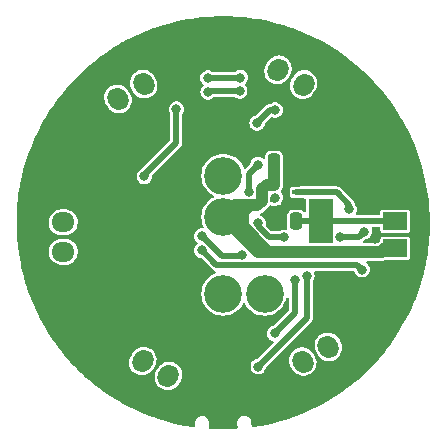
<source format=gbr>
%TF.GenerationSoftware,KiCad,Pcbnew,(7.0.0)*%
%TF.CreationDate,2023-06-29T20:54:47-07:00*%
%TF.ProjectId,glowprism_pipe_pcb,676c6f77-7072-4697-936d-5f706970655f,rev?*%
%TF.SameCoordinates,Original*%
%TF.FileFunction,Copper,L2,Bot*%
%TF.FilePolarity,Positive*%
%FSLAX46Y46*%
G04 Gerber Fmt 4.6, Leading zero omitted, Abs format (unit mm)*
G04 Created by KiCad (PCBNEW (7.0.0)) date 2023-06-29 20:54:47*
%MOMM*%
%LPD*%
G01*
G04 APERTURE LIST*
G04 Aperture macros list*
%AMRoundRect*
0 Rectangle with rounded corners*
0 $1 Rounding radius*
0 $2 $3 $4 $5 $6 $7 $8 $9 X,Y pos of 4 corners*
0 Add a 4 corners polygon primitive as box body*
4,1,4,$2,$3,$4,$5,$6,$7,$8,$9,$2,$3,0*
0 Add four circle primitives for the rounded corners*
1,1,$1+$1,$2,$3*
1,1,$1+$1,$4,$5*
1,1,$1+$1,$6,$7*
1,1,$1+$1,$8,$9*
0 Add four rect primitives between the rounded corners*
20,1,$1+$1,$2,$3,$4,$5,0*
20,1,$1+$1,$4,$5,$6,$7,0*
20,1,$1+$1,$6,$7,$8,$9,0*
20,1,$1+$1,$8,$9,$2,$3,0*%
%AMHorizOval*
0 Thick line with rounded ends*
0 $1 width*
0 $2 $3 position (X,Y) of the first rounded end (center of the circle)*
0 $4 $5 position (X,Y) of the second rounded end (center of the circle)*
0 Add line between two ends*
20,1,$1,$2,$3,$4,$5,0*
0 Add two circle primitives to create the rounded ends*
1,1,$1,$2,$3*
1,1,$1,$4,$5*%
G04 Aperture macros list end*
%TA.AperFunction,ComponentPad*%
%ADD10C,3.200000*%
%TD*%
%TA.AperFunction,SMDPad,CuDef*%
%ADD11R,2.000000X1.500000*%
%TD*%
%TA.AperFunction,SMDPad,CuDef*%
%ADD12R,2.000000X3.800000*%
%TD*%
%TA.AperFunction,SMDPad,CuDef*%
%ADD13R,0.650000X0.400000*%
%TD*%
%TA.AperFunction,SMDPad,CuDef*%
%ADD14RoundRect,0.250000X0.250000X0.475000X-0.250000X0.475000X-0.250000X-0.475000X0.250000X-0.475000X0*%
%TD*%
%TA.AperFunction,SMDPad,CuDef*%
%ADD15RoundRect,0.250000X-0.250000X-0.475000X0.250000X-0.475000X0.250000X0.475000X-0.250000X0.475000X0*%
%TD*%
%TA.AperFunction,ComponentPad*%
%ADD16HorizOval,1.700000X-0.062500X0.108253X0.062500X-0.108253X0*%
%TD*%
%TA.AperFunction,ComponentPad*%
%ADD17RoundRect,0.250000X-0.157115X-0.927868X0.882115X-0.327868X0.157115X0.927868X-0.882115X0.327868X0*%
%TD*%
%TA.AperFunction,ComponentPad*%
%ADD18RoundRect,0.250000X0.882115X0.327868X-0.157115X0.927868X-0.882115X-0.327868X0.157115X-0.927868X0*%
%TD*%
%TA.AperFunction,ComponentPad*%
%ADD19HorizOval,1.700000X0.062500X0.108253X-0.062500X-0.108253X0*%
%TD*%
%TA.AperFunction,ComponentPad*%
%ADD20HorizOval,1.700000X-0.062500X-0.108253X0.062500X0.108253X0*%
%TD*%
%TA.AperFunction,ComponentPad*%
%ADD21RoundRect,0.250000X-0.882115X-0.327868X0.157115X-0.927868X0.882115X0.327868X-0.157115X0.927868X0*%
%TD*%
%TA.AperFunction,ComponentPad*%
%ADD22RoundRect,0.250000X0.157115X0.927868X-0.882115X0.327868X-0.157115X-0.927868X0.882115X-0.327868X0*%
%TD*%
%TA.AperFunction,ComponentPad*%
%ADD23O,1.950000X1.700000*%
%TD*%
%TA.AperFunction,ComponentPad*%
%ADD24RoundRect,0.250000X-0.725000X0.600000X-0.725000X-0.600000X0.725000X-0.600000X0.725000X0.600000X0*%
%TD*%
%TA.AperFunction,ViaPad*%
%ADD25C,0.800000*%
%TD*%
%TA.AperFunction,Conductor*%
%ADD26C,0.500000*%
%TD*%
%TA.AperFunction,Conductor*%
%ADD27C,1.000000*%
%TD*%
G04 APERTURE END LIST*
D10*
%TO.P,J7,1,Pin_1*%
%TO.N,GND*%
X-3500000Y-6000000D03*
%TO.P,J7,2,Pin_2*%
%TO.N,Net-(J7-Pin_2)*%
X0Y-6000000D03*
%TO.P,J7,3,Pin_3*%
%TO.N,VCC*%
X3500000Y-6000000D03*
%TD*%
%TO.P,J6,1,Pin_1*%
%TO.N,GND*%
X0Y7500000D03*
%TO.P,J6,2,Pin_2*%
%TO.N,Net-(J6-Pin_2)*%
X0Y4000000D03*
%TO.P,J6,3,Pin_3*%
%TO.N,VCC*%
X0Y500000D03*
%TD*%
D11*
%TO.P,U2,1,GND*%
%TO.N,GND*%
X14554999Y2426999D03*
D12*
%TO.P,U2,2,VO*%
%TO.N,+5V*%
X8254999Y126999D03*
D11*
X14554999Y126999D03*
%TO.P,U2,3,VI*%
%TO.N,VCC*%
X14554999Y-2172999D03*
%TD*%
D13*
%TO.P,U1,5,VCC*%
%TO.N,VCC*%
X4297599Y3225799D03*
%TO.P,U1,4*%
%TO.N,DO*%
X4297599Y1925799D03*
%TO.P,U1,3,GND*%
%TO.N,GND*%
X6197599Y1925799D03*
%TO.P,U1,2*%
%TO.N,Net-(J5-Pin_2)*%
X6197599Y2575799D03*
%TO.P,U1,1*%
%TO.N,GND*%
X6197599Y3225799D03*
%TD*%
D14*
%TO.P,C2,1*%
%TO.N,+5V*%
X6182400Y127000D03*
%TO.P,C2,2*%
%TO.N,GND*%
X4282400Y127000D03*
%TD*%
D15*
%TO.P,C1,1*%
%TO.N,VCC*%
X4312800Y5130800D03*
%TO.P,C1,2*%
%TO.N,GND*%
X6212800Y5130800D03*
%TD*%
D16*
%TO.P,J1,3,Pin_3*%
%TO.N,VCC*%
X8900421Y-10495983D03*
%TO.P,J1,2,Pin_2*%
%TO.N,Net-(J1-Pin_2)*%
X6735358Y-11745983D03*
D17*
%TO.P,J1,1,Pin_1*%
%TO.N,GND*%
X4570295Y-12995984D03*
%TD*%
D18*
%TO.P,J2,1,Pin_1*%
%TO.N,GND*%
X8969705Y10455984D03*
D19*
%TO.P,J2,2,Pin_2*%
%TO.N,Net-(J2-Pin_2)*%
X6804640Y11705983D03*
%TO.P,J2,3,Pin_3*%
%TO.N,VCC*%
X4639577Y12955983D03*
%TD*%
D20*
%TO.P,J3,3,Pin_3*%
%TO.N,VCC*%
X-4639577Y-12955983D03*
%TO.P,J3,2,Pin_2*%
%TO.N,Net-(J3-Pin_2)*%
X-6804640Y-11705983D03*
D21*
%TO.P,J3,1,Pin_1*%
%TO.N,GND*%
X-8969705Y-10455984D03*
%TD*%
D22*
%TO.P,J4,1,Pin_1*%
%TO.N,GND*%
X-4570295Y12995984D03*
D16*
%TO.P,J4,2,Pin_2*%
%TO.N,Net-(J4-Pin_2)*%
X-6735358Y11745983D03*
%TO.P,J4,3,Pin_3*%
%TO.N,VCC*%
X-8900421Y10495983D03*
%TD*%
D23*
%TO.P,J5,3,Pin_3*%
%TO.N,VCC*%
X-13539999Y-2459999D03*
%TO.P,J5,2,Pin_2*%
%TO.N,Net-(J5-Pin_2)*%
X-13539999Y39999D03*
D24*
%TO.P,J5,1,Pin_1*%
%TO.N,GND*%
X-13540000Y2540000D03*
%TD*%
D25*
%TO.N,DO*%
X2955610Y-51784D03*
X5181600Y-1219200D03*
X6045200Y-4851400D03*
X4354328Y-9365134D03*
X4425532Y2133767D03*
%TO.N,VCC*%
X4191000Y-2473000D03*
%TO.N,DI*%
X2950713Y4935403D03*
X2173100Y2570535D03*
X4394200Y9550400D03*
X2875324Y8463324D03*
%TO.N,Net-(J4-Pin_2)*%
X-1278912Y11083312D03*
X1393212Y11146812D03*
%TO.N,DI*%
X-3962400Y9626600D03*
X7086600Y-4470400D03*
X2971800Y-12166600D03*
%TO.N,Net-(J5-Pin_2)*%
X10668000Y1143000D03*
X11938000Y-736600D03*
X9854500Y-1173876D03*
X1599700Y-2717800D03*
%TO.N,GND*%
X12877800Y-1371600D03*
X13462000Y5562600D03*
%TO.N,+5V*%
X11760200Y-3962400D03*
X8255000Y127000D03*
%TO.N,DI*%
X-1295400Y12268200D03*
X1447800Y12293600D03*
X-6680200Y3937000D03*
%TO.N,+5V*%
X-1803400Y-2336800D03*
%TO.N,GND*%
X-11023600Y7391400D03*
X-10617200Y-7239000D03*
%TO.N,Net-(J5-Pin_2)*%
X-1812312Y-1126512D03*
%TD*%
D26*
%TO.N,DO*%
X3911600Y-1219200D02*
X5181600Y-1219200D01*
X2955610Y-263210D02*
X3911600Y-1219200D01*
X2955610Y-51784D02*
X2955610Y-263210D01*
X4354328Y-9365134D02*
X6045200Y-7674262D01*
X6045200Y-7674262D02*
X6045200Y-4851400D01*
%TO.N,GND*%
X6212800Y3275800D02*
X5472600Y3275800D01*
X6212800Y4016000D02*
X6212800Y3275800D01*
X6212800Y7699079D02*
X8969705Y10455984D01*
X6212800Y5130800D02*
X6212800Y7699079D01*
X6212800Y4016000D02*
X5472600Y3275800D01*
X6212800Y5130800D02*
X6212800Y4016000D01*
X5422600Y3225800D02*
X5472600Y3275800D01*
X5422600Y1267200D02*
X5422600Y3225800D01*
X4282400Y127000D02*
X5422600Y1267200D01*
%TO.N,DO*%
X4297600Y2005835D02*
X4425532Y2133767D01*
X4297600Y1925800D02*
X4297600Y2005835D01*
D27*
%TO.N,VCC*%
X1651000Y889000D02*
X1678565Y889000D01*
X3821898Y-2473000D02*
X1651000Y-302102D01*
X1678565Y889000D02*
X2260600Y1471035D01*
X4191000Y-2473000D02*
X3821898Y-2473000D01*
X1651000Y-302102D02*
X1651000Y889000D01*
X2260600Y1471035D02*
X2868035Y1471035D01*
X971035Y1471035D02*
X2260600Y1471035D01*
X4191000Y-2473000D02*
X2973000Y-2473000D01*
X13405000Y-2473000D02*
X4191000Y-2473000D01*
D26*
%TO.N,DI*%
X2950713Y4935403D02*
X2173100Y4157790D01*
X2173100Y4157790D02*
X2173100Y2570535D01*
X3962400Y9550400D02*
X2875324Y8463324D01*
X4394200Y9550400D02*
X3962400Y9550400D01*
%TO.N,Net-(J4-Pin_2)*%
X-1215412Y11146812D02*
X-1278912Y11083312D01*
X1393212Y11146812D02*
X-1215412Y11146812D01*
%TO.N,DI*%
X-3962400Y6781800D02*
X-3962400Y9626600D01*
X-5359400Y5384800D02*
X-3962400Y6781800D01*
X-6680200Y4064000D02*
X-5359400Y5384800D01*
X7086600Y-8051800D02*
X7086600Y-4470400D01*
X2971800Y-12166600D02*
X7086600Y-8051800D01*
%TO.N,Net-(J5-Pin_2)*%
X9593000Y2575800D02*
X6197600Y2575800D01*
X10668000Y1500800D02*
X9593000Y2575800D01*
X11500724Y-1173876D02*
X11938000Y-736600D01*
X9854500Y-1173876D02*
X11500724Y-1173876D01*
X10668000Y1143000D02*
X10668000Y1500800D01*
X1472700Y-2844800D02*
X1599700Y-2717800D01*
X889000Y-2844800D02*
X1472700Y-2844800D01*
%TO.N,GND*%
X13462000Y5562600D02*
X13462000Y3520000D01*
X13462000Y3520000D02*
X14555000Y2427000D01*
%TO.N,+5V*%
X11370300Y-3572500D02*
X11760200Y-3962400D01*
X-567700Y-3572500D02*
X11370300Y-3572500D01*
X-1803400Y-2336800D02*
X-567700Y-3572500D01*
D27*
%TO.N,VCC*%
X3272600Y2825800D02*
X3672600Y3225800D01*
X3272600Y1875600D02*
X3272600Y2825800D01*
X2868035Y1471035D02*
X3272600Y1875600D01*
X3672600Y3225800D02*
X4297600Y3225800D01*
X0Y500000D02*
X971035Y1471035D01*
D26*
%TO.N,DI*%
X1422400Y12268200D02*
X1447800Y12293600D01*
X-1295400Y12268200D02*
X1422400Y12268200D01*
X-6680200Y3937000D02*
X-6680200Y4064000D01*
%TO.N,+5V*%
X8255000Y127000D02*
X6182400Y127000D01*
X14555000Y127000D02*
X8255000Y127000D01*
%TO.N,GND*%
X-11023600Y7391400D02*
X-13540000Y4875000D01*
X-13540000Y4875000D02*
X-13540000Y2540000D01*
X-10617200Y-7239000D02*
X-10617200Y-8808489D01*
X-10617200Y-8808489D02*
X-8969705Y-10455984D01*
%TO.N,Net-(J5-Pin_2)*%
X-94024Y-2844800D02*
X889000Y-2844800D01*
X-1812312Y-1126512D02*
X-94024Y-2844800D01*
D27*
%TO.N,VCC*%
X2973000Y-2473000D02*
X0Y500000D01*
X13705000Y-2173000D02*
X13405000Y-2473000D01*
X14555000Y-2173000D02*
X13705000Y-2173000D01*
X4312800Y3241000D02*
X4297600Y3225800D01*
X4312800Y5029200D02*
X4312800Y3241000D01*
%TD*%
%TA.AperFunction,Conductor*%
%TO.N,GND*%
G36*
X227622Y17494573D02*
G01*
X602571Y17485637D01*
X605478Y17485533D01*
X1054330Y17464293D01*
X1057326Y17464115D01*
X1431344Y17437331D01*
X1434196Y17437094D01*
X1881626Y17394653D01*
X1884657Y17394328D01*
X2256975Y17349755D01*
X2259766Y17349388D01*
X2704660Y17285851D01*
X2707717Y17285376D01*
X3077431Y17223127D01*
X3080157Y17222637D01*
X3521682Y17138117D01*
X3524759Y17137487D01*
X3890964Y17057720D01*
X3893617Y17057112D01*
X4330787Y16951785D01*
X4333876Y16950998D01*
X4695720Y16853914D01*
X4698297Y16853193D01*
X5130088Y16727295D01*
X5133180Y16726349D01*
X5489929Y16612155D01*
X5492425Y16611327D01*
X5917865Y16465131D01*
X5920953Y16464024D01*
X6271734Y16333010D01*
X6274144Y16332081D01*
X6692331Y16165886D01*
X6695406Y16164616D01*
X7039431Y16017087D01*
X7041751Y16016064D01*
X7451687Y15830256D01*
X7454741Y15828822D01*
X7791286Y15665102D01*
X7793514Y15663990D01*
X8194357Y15458937D01*
X8197379Y15457338D01*
X8525529Y15277886D01*
X8527661Y15276692D01*
X8918513Y15052836D01*
X8921497Y15051072D01*
X9240600Y14856265D01*
X9242633Y14854996D01*
X9622651Y14612800D01*
X9625587Y14610870D01*
X9934781Y14401263D01*
X9936714Y14399926D01*
X10305110Y14139861D01*
X10307988Y14137767D01*
X10606661Y13913805D01*
X10608491Y13912406D01*
X10964361Y13635079D01*
X10967173Y13632821D01*
X11254609Y13395073D01*
X11256335Y13393619D01*
X11598961Y13099556D01*
X11601697Y13097136D01*
X11877223Y12846197D01*
X11878844Y12844694D01*
X12207392Y12534572D01*
X12210044Y12531993D01*
X12473105Y12268409D01*
X12474620Y12266864D01*
X12788350Y11941343D01*
X12790909Y11938607D01*
X13040885Y11663043D01*
X13042294Y11661463D01*
X13340522Y11321210D01*
X13342978Y11318320D01*
X13579317Y11031431D01*
X13580620Y11029822D01*
X13862673Y10675550D01*
X13865017Y10672510D01*
X14087143Y10375059D01*
X14088341Y10373427D01*
X14353593Y10005859D01*
X14355817Y10002673D01*
X14563269Y9695346D01*
X14564362Y9693699D01*
X14812171Y9313656D01*
X14814267Y9310328D01*
X15006633Y8993811D01*
X15007623Y8992153D01*
X15237425Y8600423D01*
X15239383Y8596960D01*
X15416192Y8272114D01*
X15417080Y8270452D01*
X15628361Y7867817D01*
X15630173Y7864223D01*
X15791045Y7531861D01*
X15791833Y7530200D01*
X15984101Y7117483D01*
X15985760Y7113765D01*
X16130382Y6774661D01*
X16131073Y6773008D01*
X16303838Y6351127D01*
X16305335Y6347290D01*
X16433415Y6002279D01*
X16434011Y6000639D01*
X16586856Y5570461D01*
X16588184Y5566514D01*
X16699502Y5216357D01*
X16700005Y5214735D01*
X16832508Y4777279D01*
X16833661Y4773228D01*
X16927995Y4418825D01*
X16928409Y4417226D01*
X17040277Y3973238D01*
X17041246Y3969092D01*
X17118390Y3611518D01*
X17118719Y3609947D01*
X17209659Y3160268D01*
X17210438Y3156035D01*
X17270314Y2796056D01*
X17270560Y2794517D01*
X17340271Y2340207D01*
X17340856Y2335895D01*
X17383427Y1974214D01*
X17383594Y1972712D01*
X17431830Y1514891D01*
X17432214Y1510510D01*
X17457439Y1148179D01*
X17457532Y1146716D01*
X17484134Y686059D01*
X17484310Y681619D01*
X17492219Y319656D01*
X17492242Y318237D01*
X17497052Y-144238D01*
X17497018Y-148729D01*
X17487701Y-509573D01*
X17487658Y-510945D01*
X17470560Y-974288D01*
X17470309Y-978818D01*
X17443903Y-1337552D01*
X17443799Y-1338873D01*
X17411435Y-1722500D01*
X17405107Y-1797517D01*
X17404722Y-1802075D01*
X17404252Y-1806635D01*
X17360933Y-2162485D01*
X17360772Y-2163754D01*
X17299676Y-2625852D01*
X17298984Y-2630430D01*
X17239017Y-2982317D01*
X17238803Y-2983532D01*
X17155652Y-3443773D01*
X17154735Y-3448358D01*
X17078422Y-3795396D01*
X17078161Y-3796554D01*
X16973001Y-4253865D01*
X16971855Y-4258446D01*
X16879511Y-4599920D01*
X16879221Y-4600974D01*
X16876382Y-4611105D01*
X16752118Y-5054393D01*
X16750742Y-5058960D01*
X16642781Y-5393944D01*
X16642441Y-5394983D01*
X16493494Y-5843556D01*
X16491888Y-5848096D01*
X16368819Y-6175620D01*
X16368447Y-6176599D01*
X16197707Y-6619595D01*
X16195869Y-6624097D01*
X16058206Y-6943365D01*
X16057806Y-6944282D01*
X15865448Y-7380684D01*
X15863380Y-7385136D01*
X15711689Y-7695385D01*
X15711266Y-7696240D01*
X15497439Y-8125181D01*
X15495140Y-8129571D01*
X15330257Y-8429663D01*
X15329818Y-8430457D01*
X15094509Y-8851399D01*
X15091980Y-8855715D01*
X14914522Y-9145109D01*
X14914070Y-9145841D01*
X14657603Y-9557637D01*
X14654847Y-9561867D01*
X14465665Y-9839744D01*
X14465204Y-9840416D01*
X14187643Y-10242404D01*
X14184663Y-10246537D01*
X13984774Y-10512007D01*
X13984310Y-10512619D01*
X13685739Y-10904080D01*
X13682537Y-10908102D01*
X13473011Y-11160397D01*
X13472549Y-11160951D01*
X13152995Y-11541209D01*
X13149574Y-11545110D01*
X12931594Y-11783495D01*
X12931138Y-11783992D01*
X12590627Y-12152336D01*
X12586993Y-12156104D01*
X12361724Y-12380035D01*
X12361278Y-12380476D01*
X11999906Y-12736084D01*
X11996063Y-12739708D01*
X11765311Y-12948200D01*
X11764878Y-12948589D01*
X11382110Y-13291183D01*
X11378065Y-13294650D01*
X11143725Y-13486920D01*
X11143311Y-13487258D01*
X10738686Y-13816333D01*
X10734444Y-13819633D01*
X10498592Y-13995030D01*
X10498199Y-13995321D01*
X10071085Y-14310351D01*
X10066653Y-14313473D01*
X9831782Y-14471339D01*
X9831415Y-14471584D01*
X9380767Y-14772156D01*
X9376153Y-14775089D01*
X9145988Y-14914350D01*
X9145649Y-14914554D01*
X8669320Y-15200684D01*
X8664531Y-15203418D01*
X8443657Y-15323069D01*
X8443350Y-15323235D01*
X7938304Y-15594991D01*
X7933350Y-15597515D01*
X7727946Y-15696434D01*
X7727673Y-15696565D01*
X7189437Y-15954152D01*
X7184327Y-15956457D01*
X7003280Y-16033247D01*
X7003044Y-16033347D01*
X6424368Y-16277379D01*
X6419110Y-16279456D01*
X6276952Y-16331910D01*
X6276755Y-16331983D01*
X5644830Y-16563938D01*
X5639436Y-16565778D01*
X5562522Y-16590062D01*
X5562366Y-16590111D01*
X4853447Y-16812913D01*
X4847814Y-16814538D01*
X4053335Y-17023527D01*
X4047632Y-17024884D01*
X3244149Y-17196091D01*
X3238387Y-17197177D01*
X2554994Y-17309324D01*
X2488890Y-17302104D01*
X2436022Y-17261770D01*
X2411593Y-17199923D01*
X2393196Y-17024886D01*
X2379411Y-16893732D01*
X2379408Y-16893726D01*
X2371797Y-16821317D01*
X2322290Y-16684150D01*
X2241395Y-16562818D01*
X2133813Y-16464370D01*
X2127232Y-16460779D01*
X2127227Y-16460776D01*
X2012384Y-16398122D01*
X2012383Y-16398121D01*
X2005798Y-16394529D01*
X1979572Y-16387615D01*
X1955126Y-16381170D01*
X1864789Y-16357354D01*
X1857291Y-16357233D01*
X1857290Y-16357233D01*
X1726482Y-16355125D01*
X1726474Y-16355125D01*
X1718980Y-16355005D01*
X1711669Y-16356682D01*
X1711664Y-16356683D01*
X1584158Y-16385940D01*
X1584154Y-16385941D01*
X1576847Y-16387618D01*
X1570152Y-16390995D01*
X1570150Y-16390996D01*
X1453345Y-16449919D01*
X1453341Y-16449921D01*
X1446648Y-16453298D01*
X1440955Y-16458179D01*
X1440952Y-16458182D01*
X1341647Y-16543342D01*
X1341641Y-16543348D01*
X1335951Y-16548228D01*
X1331594Y-16554327D01*
X1331589Y-16554333D01*
X1255549Y-16660786D01*
X1255547Y-16660789D01*
X1251188Y-16666892D01*
X1248417Y-16673856D01*
X1248414Y-16673863D01*
X1200059Y-16795422D01*
X1200057Y-16795426D01*
X1197287Y-16802392D01*
X1196263Y-16809817D01*
X1196262Y-16809824D01*
X1184702Y-16893719D01*
X1177380Y-16946854D01*
X1178163Y-16954306D01*
X1178163Y-16954314D01*
X1184988Y-17019260D01*
X1184989Y-17019268D01*
X1184989Y-17019270D01*
X1214716Y-17302105D01*
X1217226Y-17325981D01*
X1206193Y-17391550D01*
X1162874Y-17441993D01*
X1099725Y-17462806D01*
X511741Y-17490433D01*
X508105Y-17490551D01*
X246517Y-17495159D01*
X244333Y-17495178D01*
X-244333Y-17495178D01*
X-246517Y-17495159D01*
X-508105Y-17490551D01*
X-511741Y-17490433D01*
X-1099725Y-17462806D01*
X-1162874Y-17441993D01*
X-1206193Y-17391550D01*
X-1217226Y-17325981D01*
X-1214716Y-17302105D01*
X-1184989Y-17019270D01*
X-1184989Y-17019268D01*
X-1184988Y-17019260D01*
X-1178161Y-16954312D01*
X-1178161Y-16954304D01*
X-1177378Y-16946854D01*
X-1179776Y-16929452D01*
X-1196261Y-16809824D01*
X-1196262Y-16809818D01*
X-1197286Y-16802391D01*
X-1200056Y-16795427D01*
X-1200058Y-16795420D01*
X-1248413Y-16673861D01*
X-1248416Y-16673854D01*
X-1251187Y-16666890D01*
X-1255543Y-16660790D01*
X-1255548Y-16660783D01*
X-1331587Y-16554331D01*
X-1331592Y-16554325D01*
X-1335949Y-16548226D01*
X-1341639Y-16543346D01*
X-1341645Y-16543340D01*
X-1440951Y-16458179D01*
X-1440954Y-16458176D01*
X-1446647Y-16453295D01*
X-1453340Y-16449918D01*
X-1453344Y-16449916D01*
X-1570150Y-16390992D01*
X-1570155Y-16390989D01*
X-1576846Y-16387615D01*
X-1584153Y-16385938D01*
X-1584157Y-16385937D01*
X-1711664Y-16356680D01*
X-1711669Y-16356679D01*
X-1718980Y-16355002D01*
X-1726475Y-16355122D01*
X-1726483Y-16355122D01*
X-1857290Y-16357230D01*
X-1857291Y-16357230D01*
X-1864789Y-16357351D01*
X-2005799Y-16394527D01*
X-2012384Y-16398119D01*
X-2012385Y-16398120D01*
X-2071419Y-16430327D01*
X-2133815Y-16464368D01*
X-2174416Y-16501522D01*
X-2235864Y-16557753D01*
X-2235866Y-16557755D01*
X-2241396Y-16562816D01*
X-2322291Y-16684149D01*
X-2371799Y-16821316D01*
X-2379408Y-16893719D01*
X-2379409Y-16893725D01*
X-2379411Y-16893732D01*
X-2411593Y-17199923D01*
X-2436022Y-17261771D01*
X-2488890Y-17302105D01*
X-2554994Y-17309325D01*
X-3238383Y-17197178D01*
X-3244145Y-17196092D01*
X-4047628Y-17024886D01*
X-4053331Y-17023529D01*
X-4847817Y-16814539D01*
X-4853450Y-16812914D01*
X-5562373Y-16590111D01*
X-5562529Y-16590062D01*
X-5639439Y-16565779D01*
X-5644833Y-16563939D01*
X-6276602Y-16332041D01*
X-6276799Y-16331968D01*
X-6419122Y-16279453D01*
X-6424379Y-16277376D01*
X-7002462Y-16033595D01*
X-7002699Y-16033495D01*
X-7184351Y-15956448D01*
X-7189461Y-15954143D01*
X-7727337Y-15696729D01*
X-7727610Y-15696598D01*
X-7933365Y-15597510D01*
X-7938319Y-15594986D01*
X-8443102Y-15323371D01*
X-8443410Y-15323205D01*
X-8664539Y-15203415D01*
X-8669327Y-15200681D01*
X-9145646Y-14914558D01*
X-9145985Y-14914354D01*
X-9376151Y-14775093D01*
X-9380765Y-14772161D01*
X-9831591Y-14471471D01*
X-9831958Y-14471224D01*
X-10066636Y-14313487D01*
X-10071068Y-14310366D01*
X-10498186Y-13995334D01*
X-10498579Y-13995043D01*
X-10734443Y-13819637D01*
X-10738685Y-13816337D01*
X-11143309Y-13487263D01*
X-11143723Y-13486925D01*
X-11378063Y-13294655D01*
X-11382108Y-13291188D01*
X-11576902Y-13116839D01*
X-5806332Y-13116839D01*
X-5776421Y-13324869D01*
X-5707682Y-13523481D01*
X-5602597Y-13705493D01*
X-5464965Y-13864329D01*
X-5299760Y-13994248D01*
X-5112954Y-14090553D01*
X-4911297Y-14149765D01*
X-4702079Y-14169743D01*
X-4492861Y-14149765D01*
X-4291204Y-14090553D01*
X-4104397Y-13994248D01*
X-3939192Y-13864330D01*
X-3801560Y-13705494D01*
X-3764362Y-13641065D01*
X-3599280Y-13355136D01*
X-3599274Y-13355124D01*
X-3597805Y-13352580D01*
X-3596584Y-13349908D01*
X-3596578Y-13349895D01*
X-3534827Y-13214678D01*
X-3532374Y-13209307D01*
X-3509942Y-13116839D01*
X-3484217Y-13010800D01*
X-3484216Y-13010797D01*
X-3482825Y-13005061D01*
X-3482544Y-12999163D01*
X-3473104Y-12801019D01*
X-3473104Y-12801012D01*
X-3472824Y-12795129D01*
X-3473662Y-12789295D01*
X-3473663Y-12789290D01*
X-3501894Y-12592944D01*
X-3501895Y-12592937D01*
X-3502735Y-12587099D01*
X-3504665Y-12581520D01*
X-3504667Y-12581515D01*
X-3569540Y-12394074D01*
X-3569541Y-12394070D01*
X-3571474Y-12388487D01*
X-3574427Y-12383370D01*
X-3574430Y-12383366D01*
X-3673605Y-12211589D01*
X-3673607Y-12211585D01*
X-3676558Y-12206475D01*
X-3680418Y-12202019D01*
X-3680424Y-12202012D01*
X-3810323Y-12052101D01*
X-3810326Y-12052097D01*
X-3814190Y-12047639D01*
X-3818823Y-12043995D01*
X-3818830Y-12043989D01*
X-3974756Y-11921368D01*
X-3974762Y-11921363D01*
X-3979396Y-11917720D01*
X-3984642Y-11915015D01*
X-3984646Y-11915013D01*
X-4160949Y-11824121D01*
X-4160958Y-11824117D01*
X-4166202Y-11821414D01*
X-4171866Y-11819750D01*
X-4171871Y-11819749D01*
X-4362194Y-11763866D01*
X-4362197Y-11763865D01*
X-4367859Y-11762203D01*
X-4373728Y-11761642D01*
X-4373731Y-11761642D01*
X-4571202Y-11742786D01*
X-4577077Y-11742225D01*
X-4582952Y-11742786D01*
X-4780415Y-11761640D01*
X-4780420Y-11761641D01*
X-4786295Y-11762202D01*
X-4791958Y-11763864D01*
X-4791964Y-11763866D01*
X-4982289Y-11819752D01*
X-4982290Y-11819752D01*
X-4987952Y-11821415D01*
X-5174759Y-11917720D01*
X-5179405Y-11921374D01*
X-5301392Y-12017305D01*
X-5339964Y-12047638D01*
X-5343831Y-12052101D01*
X-5343832Y-12052102D01*
X-5454200Y-12179474D01*
X-5477596Y-12206474D01*
X-5681351Y-12559388D01*
X-5682574Y-12562067D01*
X-5682577Y-12562072D01*
X-5687741Y-12573379D01*
X-5746782Y-12702660D01*
X-5796331Y-12906906D01*
X-5806332Y-13116839D01*
X-11576902Y-13116839D01*
X-11764864Y-12948605D01*
X-11765297Y-12948216D01*
X-11996049Y-12739724D01*
X-11999891Y-12736101D01*
X-12361430Y-12380331D01*
X-12361877Y-12379889D01*
X-12586981Y-12156121D01*
X-12590615Y-12152353D01*
X-12854555Y-11866839D01*
X-7971395Y-11866839D01*
X-7941484Y-12074869D01*
X-7872745Y-12273481D01*
X-7767660Y-12455493D01*
X-7630028Y-12614329D01*
X-7464823Y-12744248D01*
X-7278017Y-12840553D01*
X-7076360Y-12899765D01*
X-6867142Y-12919743D01*
X-6657924Y-12899765D01*
X-6456267Y-12840553D01*
X-6269460Y-12744248D01*
X-6104255Y-12614330D01*
X-6075821Y-12581515D01*
X-5970489Y-12459956D01*
X-5970487Y-12459953D01*
X-5966623Y-12455494D01*
X-5886068Y-12315969D01*
X-5764343Y-12105136D01*
X-5764337Y-12105124D01*
X-5762868Y-12102580D01*
X-5761647Y-12099908D01*
X-5761641Y-12099895D01*
X-5699890Y-11964678D01*
X-5697437Y-11959307D01*
X-5696045Y-11953570D01*
X-5649280Y-11760800D01*
X-5649279Y-11760797D01*
X-5647888Y-11755061D01*
X-5647303Y-11742786D01*
X-5638167Y-11551019D01*
X-5638167Y-11551012D01*
X-5637887Y-11545129D01*
X-5638725Y-11539295D01*
X-5638726Y-11539290D01*
X-5666957Y-11342944D01*
X-5666958Y-11342937D01*
X-5667798Y-11337099D01*
X-5669728Y-11331520D01*
X-5669730Y-11331515D01*
X-5734603Y-11144074D01*
X-5734604Y-11144070D01*
X-5736537Y-11138487D01*
X-5739490Y-11133370D01*
X-5739493Y-11133366D01*
X-5838668Y-10961589D01*
X-5838670Y-10961585D01*
X-5841621Y-10956475D01*
X-5845481Y-10952019D01*
X-5845487Y-10952012D01*
X-5975386Y-10802101D01*
X-5975389Y-10802097D01*
X-5979253Y-10797639D01*
X-5983886Y-10793995D01*
X-5983893Y-10793989D01*
X-6139819Y-10671368D01*
X-6139825Y-10671363D01*
X-6144459Y-10667720D01*
X-6149705Y-10665015D01*
X-6149709Y-10665013D01*
X-6326012Y-10574121D01*
X-6326021Y-10574117D01*
X-6331265Y-10571414D01*
X-6336929Y-10569750D01*
X-6336934Y-10569749D01*
X-6527257Y-10513866D01*
X-6527260Y-10513865D01*
X-6532922Y-10512203D01*
X-6538791Y-10511642D01*
X-6538794Y-10511642D01*
X-6736265Y-10492786D01*
X-6742140Y-10492225D01*
X-6748015Y-10492786D01*
X-6945478Y-10511640D01*
X-6945483Y-10511641D01*
X-6951358Y-10512202D01*
X-6957021Y-10513864D01*
X-6957027Y-10513866D01*
X-7147352Y-10569752D01*
X-7147353Y-10569752D01*
X-7153015Y-10571415D01*
X-7339822Y-10667720D01*
X-7344468Y-10671374D01*
X-7468286Y-10768745D01*
X-7505027Y-10797638D01*
X-7508894Y-10802101D01*
X-7508895Y-10802102D01*
X-7602127Y-10909698D01*
X-7642659Y-10956474D01*
X-7758426Y-11156989D01*
X-7827227Y-11276156D01*
X-7846414Y-11309388D01*
X-7847637Y-11312067D01*
X-7847640Y-11312072D01*
X-7852804Y-11323379D01*
X-7911845Y-11452660D01*
X-7961394Y-11656906D01*
X-7971395Y-11866839D01*
X-12854555Y-11866839D01*
X-12931169Y-11783963D01*
X-12931625Y-11783466D01*
X-13149573Y-11545116D01*
X-13152994Y-11541215D01*
X-13472585Y-11160912D01*
X-13473047Y-11160358D01*
X-13682528Y-10908118D01*
X-13685730Y-10904096D01*
X-13984299Y-10512638D01*
X-13984763Y-10512026D01*
X-14184670Y-10246533D01*
X-14187651Y-10242400D01*
X-14465216Y-9840405D01*
X-14465676Y-9839734D01*
X-14654837Y-9561889D01*
X-14657593Y-9557658D01*
X-14914092Y-9145811D01*
X-14914544Y-9145079D01*
X-15091980Y-8855722D01*
X-15094509Y-8851406D01*
X-15329846Y-8430413D01*
X-15330285Y-8429620D01*
X-15495131Y-8129597D01*
X-15497430Y-8125206D01*
X-15711293Y-7696193D01*
X-15711716Y-7695338D01*
X-15863380Y-7385143D01*
X-15865448Y-7380691D01*
X-16057786Y-6944337D01*
X-16058186Y-6943420D01*
X-16195883Y-6624071D01*
X-16197720Y-6619569D01*
X-16368412Y-6176701D01*
X-16368785Y-6175722D01*
X-16491885Y-5848116D01*
X-16493491Y-5843576D01*
X-16642449Y-5394969D01*
X-16642789Y-5393930D01*
X-16750745Y-5058961D01*
X-16752121Y-5054394D01*
X-16879193Y-4601089D01*
X-16879495Y-4599990D01*
X-16971860Y-4258443D01*
X-16973006Y-4253861D01*
X-17078126Y-3796727D01*
X-17078387Y-3795569D01*
X-17154747Y-3448315D01*
X-17155664Y-3443730D01*
X-17238796Y-2983594D01*
X-17239010Y-2982379D01*
X-17298986Y-2630438D01*
X-17299678Y-2625861D01*
X-17328563Y-2407398D01*
X-14769254Y-2407398D01*
X-14759254Y-2617330D01*
X-14709704Y-2821576D01*
X-14622396Y-3012753D01*
X-14500486Y-3183952D01*
X-14348378Y-3328986D01*
X-14171572Y-3442613D01*
X-13976457Y-3520725D01*
X-13770085Y-3560500D01*
X-13365529Y-3560500D01*
X-13362575Y-3560500D01*
X-13205782Y-3545528D01*
X-13004125Y-3486316D01*
X-12817318Y-3390011D01*
X-12652114Y-3260092D01*
X-12514481Y-3101256D01*
X-12409396Y-2919244D01*
X-12407463Y-2913660D01*
X-12407461Y-2913655D01*
X-12342587Y-2726214D01*
X-12342585Y-2726208D01*
X-12340656Y-2720633D01*
X-12339816Y-2714794D01*
X-12339815Y-2714788D01*
X-12311585Y-2518441D01*
X-12311584Y-2518435D01*
X-12310746Y-2512602D01*
X-12311026Y-2506716D01*
X-12311026Y-2506710D01*
X-12320465Y-2308567D01*
X-12320465Y-2308565D01*
X-12320746Y-2302670D01*
X-12322135Y-2296942D01*
X-12322137Y-2296932D01*
X-12368904Y-2104160D01*
X-12368905Y-2104155D01*
X-12370296Y-2098424D01*
X-12383175Y-2070223D01*
X-12455149Y-1912621D01*
X-12455152Y-1912614D01*
X-12457604Y-1907247D01*
X-12461028Y-1902437D01*
X-12461032Y-1902432D01*
X-12576083Y-1740865D01*
X-12576087Y-1740859D01*
X-12579514Y-1736048D01*
X-12583786Y-1731974D01*
X-12583791Y-1731969D01*
X-12727348Y-1595088D01*
X-12727355Y-1595082D01*
X-12731622Y-1591014D01*
X-12736718Y-1587739D01*
X-12903455Y-1480582D01*
X-12903462Y-1480578D01*
X-12908428Y-1477387D01*
X-12913903Y-1475195D01*
X-12913913Y-1475190D01*
X-13098060Y-1401469D01*
X-13098069Y-1401466D01*
X-13103543Y-1399275D01*
X-13109334Y-1398158D01*
X-13109344Y-1398156D01*
X-13304117Y-1360617D01*
X-13304121Y-1360616D01*
X-13309915Y-1359500D01*
X-13717425Y-1359500D01*
X-13720354Y-1359779D01*
X-13720360Y-1359780D01*
X-13868337Y-1373910D01*
X-13868341Y-1373910D01*
X-13874218Y-1374472D01*
X-13917225Y-1387100D01*
X-14070212Y-1432021D01*
X-14070213Y-1432021D01*
X-14075875Y-1433684D01*
X-14262682Y-1529989D01*
X-14292066Y-1553097D01*
X-14416908Y-1651275D01*
X-14427886Y-1659908D01*
X-14565519Y-1818744D01*
X-14670604Y-2000756D01*
X-14739344Y-2199367D01*
X-14769254Y-2407398D01*
X-17328563Y-2407398D01*
X-17360783Y-2163708D01*
X-17360944Y-2162438D01*
X-17404251Y-1806670D01*
X-17404721Y-1802111D01*
X-17443807Y-1338843D01*
X-17443911Y-1337521D01*
X-17459443Y-1126512D01*
X-2467590Y-1126512D01*
X-2448549Y-1283330D01*
X-2392532Y-1431035D01*
X-2302795Y-1561042D01*
X-2260513Y-1598500D01*
X-2210523Y-1642787D01*
X-2173645Y-1701103D01*
X-2173645Y-1770102D01*
X-2210522Y-1828419D01*
X-2293883Y-1902270D01*
X-2383620Y-2032277D01*
X-2439637Y-2179982D01*
X-2458678Y-2336800D01*
X-2439637Y-2493618D01*
X-2383620Y-2641323D01*
X-2293883Y-2771330D01*
X-2175640Y-2876083D01*
X-2035765Y-2949496D01*
X-1887187Y-2986116D01*
X-1829183Y-3018830D01*
X-969082Y-3878930D01*
X-960536Y-3889536D01*
X-960449Y-3889461D01*
X-954637Y-3896167D01*
X-949843Y-3903628D01*
X-912304Y-3936153D01*
X-905842Y-3942170D01*
X-896293Y-3951721D01*
X-885475Y-3959818D01*
X-878603Y-3965355D01*
X-841073Y-3997877D01*
X-833001Y-4001562D01*
X-825545Y-4006355D01*
X-825608Y-4006454D01*
X-824974Y-4006830D01*
X-824919Y-4006728D01*
X-817133Y-4010978D01*
X-810031Y-4016296D01*
X-763487Y-4033655D01*
X-755347Y-4037026D01*
X-711422Y-4057086D01*
X-710155Y-4057666D01*
X-710457Y-4058327D01*
X-664607Y-4085526D01*
X-633305Y-4138272D01*
X-631113Y-4199567D01*
X-658565Y-4254415D01*
X-708946Y-4289397D01*
X-763635Y-4309795D01*
X-770689Y-4312426D01*
X-779234Y-4317092D01*
X-973262Y-4423040D01*
X-1003011Y-4439284D01*
X-1214915Y-4597913D01*
X-1402087Y-4785085D01*
X-1560716Y-4996989D01*
X-1687574Y-5229311D01*
X-1780077Y-5477322D01*
X-1836343Y-5735974D01*
X-1855227Y-6000000D01*
X-1836343Y-6264026D01*
X-1780077Y-6522678D01*
X-1687574Y-6770689D01*
X-1560716Y-7003011D01*
X-1402087Y-7214915D01*
X-1214915Y-7402087D01*
X-1003011Y-7560716D01*
X-770689Y-7687574D01*
X-522678Y-7780077D01*
X-264026Y-7836343D01*
X0Y-7855227D01*
X264026Y-7836343D01*
X522678Y-7780077D01*
X770689Y-7687574D01*
X1003011Y-7560716D01*
X1214915Y-7402087D01*
X1402087Y-7214915D01*
X1560716Y-7003011D01*
X1641169Y-6855672D01*
X1686726Y-6808459D01*
X1750000Y-6791101D01*
X1813274Y-6808459D01*
X1858830Y-6855672D01*
X1939284Y-7003011D01*
X2097913Y-7214915D01*
X2285085Y-7402087D01*
X2496989Y-7560716D01*
X2729311Y-7687574D01*
X2977322Y-7780077D01*
X3235974Y-7836343D01*
X3500000Y-7855227D01*
X3764026Y-7836343D01*
X4022678Y-7780077D01*
X4270689Y-7687574D01*
X4503011Y-7560716D01*
X4714915Y-7402087D01*
X4902087Y-7214915D01*
X5060716Y-7003011D01*
X5187574Y-6770689D01*
X5280077Y-6522678D01*
X5299534Y-6433234D01*
X5326027Y-6379511D01*
X5374614Y-6344475D01*
X5433955Y-6336303D01*
X5490203Y-6356902D01*
X5530232Y-6401465D01*
X5544700Y-6459593D01*
X5544700Y-7415586D01*
X5535261Y-7463039D01*
X5508381Y-7503267D01*
X4328546Y-8683101D01*
X4270540Y-8715817D01*
X4129243Y-8750643D01*
X4129237Y-8750644D01*
X4121963Y-8752438D01*
X4115328Y-8755920D01*
X4115321Y-8755923D01*
X3988734Y-8822362D01*
X3988728Y-8822365D01*
X3982088Y-8825851D01*
X3976476Y-8830821D01*
X3976471Y-8830826D01*
X3869455Y-8925633D01*
X3869450Y-8925637D01*
X3863845Y-8930604D01*
X3859590Y-8936768D01*
X3859585Y-8936774D01*
X3778371Y-9054434D01*
X3778368Y-9054437D01*
X3774108Y-9060611D01*
X3771448Y-9067622D01*
X3771446Y-9067628D01*
X3720751Y-9201301D01*
X3718091Y-9208316D01*
X3717187Y-9215756D01*
X3717186Y-9215763D01*
X3703413Y-9329198D01*
X3699050Y-9365134D01*
X3699954Y-9372579D01*
X3717186Y-9514504D01*
X3717187Y-9514509D01*
X3718091Y-9521952D01*
X3720750Y-9528965D01*
X3720751Y-9528966D01*
X3731624Y-9557637D01*
X3774108Y-9669657D01*
X3778371Y-9675833D01*
X3856943Y-9789666D01*
X3863845Y-9799664D01*
X3869454Y-9804633D01*
X3869455Y-9804634D01*
X3909832Y-9840405D01*
X3982088Y-9904417D01*
X4121963Y-9977830D01*
X4129243Y-9979624D01*
X4129245Y-9979625D01*
X4173875Y-9990625D01*
X4230547Y-10022026D01*
X4263646Y-10077724D01*
X4264136Y-10142512D01*
X4231882Y-10198703D01*
X2946018Y-11484567D01*
X2888012Y-11517283D01*
X2746715Y-11552109D01*
X2746709Y-11552110D01*
X2739435Y-11553904D01*
X2732800Y-11557386D01*
X2732793Y-11557389D01*
X2606206Y-11623828D01*
X2606200Y-11623831D01*
X2599560Y-11627317D01*
X2593948Y-11632287D01*
X2593943Y-11632292D01*
X2486927Y-11727099D01*
X2486922Y-11727103D01*
X2481317Y-11732070D01*
X2477062Y-11738234D01*
X2477057Y-11738240D01*
X2395843Y-11855900D01*
X2395840Y-11855903D01*
X2391580Y-11862077D01*
X2388920Y-11869088D01*
X2388918Y-11869094D01*
X2338223Y-12002767D01*
X2335563Y-12009782D01*
X2334659Y-12017222D01*
X2334658Y-12017229D01*
X2324295Y-12102580D01*
X2316522Y-12166600D01*
X2317426Y-12174045D01*
X2334658Y-12315970D01*
X2334659Y-12315975D01*
X2335563Y-12323418D01*
X2338222Y-12330431D01*
X2338223Y-12330432D01*
X2387344Y-12459955D01*
X2391580Y-12471123D01*
X2395843Y-12477299D01*
X2475666Y-12592944D01*
X2481317Y-12601130D01*
X2599560Y-12705883D01*
X2739435Y-12779296D01*
X2892815Y-12817100D01*
X3043285Y-12817100D01*
X3050785Y-12817100D01*
X3204165Y-12779296D01*
X3344040Y-12705883D01*
X3462283Y-12601130D01*
X3552020Y-12471123D01*
X3608037Y-12323418D01*
X3614659Y-12268872D01*
X3626268Y-12229537D01*
X3650071Y-12196141D01*
X4155878Y-11690334D01*
X5568605Y-11690334D01*
X5569443Y-11696167D01*
X5569444Y-11696173D01*
X5597674Y-11892513D01*
X5597675Y-11892518D01*
X5598516Y-11898365D01*
X5600448Y-11903947D01*
X5600449Y-11903951D01*
X5651725Y-12052101D01*
X5667256Y-12096975D01*
X5670211Y-12102093D01*
X5846242Y-12406989D01*
X5871011Y-12449889D01*
X5962374Y-12578190D01*
X6114482Y-12723224D01*
X6291288Y-12836851D01*
X6486403Y-12914962D01*
X6658854Y-12948200D01*
X6686979Y-12953621D01*
X6686980Y-12953621D01*
X6692775Y-12954738D01*
X6897042Y-12954738D01*
X6902945Y-12954738D01*
X7109317Y-12914963D01*
X7304432Y-12836850D01*
X7481239Y-12723224D01*
X7633346Y-12578189D01*
X7755256Y-12406989D01*
X7842563Y-12215813D01*
X7892112Y-12011566D01*
X7902113Y-11801634D01*
X7872202Y-11593604D01*
X7803462Y-11394993D01*
X7599707Y-11042079D01*
X7508344Y-10913778D01*
X7356237Y-10768744D01*
X7345068Y-10761566D01*
X7184405Y-10658314D01*
X7184403Y-10658313D01*
X7179430Y-10655117D01*
X7173946Y-10652921D01*
X7173943Y-10652920D01*
X6989797Y-10579200D01*
X6989791Y-10579198D01*
X6984315Y-10577006D01*
X6978520Y-10575889D01*
X6978513Y-10575887D01*
X6783739Y-10538348D01*
X6783738Y-10538347D01*
X6777943Y-10537231D01*
X6772050Y-10537230D01*
X6772040Y-10537230D01*
X6573685Y-10537230D01*
X6573684Y-10537230D01*
X6567773Y-10537230D01*
X6561977Y-10538346D01*
X6561967Y-10538348D01*
X6367196Y-10575889D01*
X6361401Y-10577006D01*
X6355932Y-10579195D01*
X6355923Y-10579198D01*
X6171771Y-10652921D01*
X6171761Y-10652926D01*
X6166286Y-10655118D01*
X6161320Y-10658309D01*
X6161313Y-10658313D01*
X5994448Y-10765552D01*
X5989480Y-10768745D01*
X5985213Y-10772813D01*
X5985206Y-10772819D01*
X5841646Y-10909703D01*
X5841642Y-10909707D01*
X5837372Y-10913779D01*
X5833950Y-10918584D01*
X5833947Y-10918588D01*
X5718887Y-11080168D01*
X5718883Y-11080174D01*
X5715462Y-11084979D01*
X5713013Y-11090340D01*
X5713008Y-11090350D01*
X5634553Y-11262146D01*
X5628155Y-11276156D01*
X5626766Y-11281880D01*
X5626763Y-11281890D01*
X5580347Y-11473224D01*
X5578606Y-11480402D01*
X5578325Y-11486298D01*
X5578325Y-11486299D01*
X5568885Y-11684442D01*
X5568885Y-11684449D01*
X5568605Y-11690334D01*
X4155878Y-11690334D01*
X5405878Y-10440334D01*
X7733668Y-10440334D01*
X7734506Y-10446167D01*
X7734507Y-10446173D01*
X7762737Y-10642513D01*
X7762738Y-10642518D01*
X7763579Y-10648365D01*
X7765511Y-10653947D01*
X7765512Y-10653951D01*
X7816788Y-10802101D01*
X7832319Y-10846975D01*
X7835274Y-10852093D01*
X8013570Y-11160912D01*
X8036074Y-11199889D01*
X8127437Y-11328190D01*
X8131714Y-11332268D01*
X8192127Y-11389872D01*
X8279545Y-11473224D01*
X8456351Y-11586851D01*
X8651466Y-11664962D01*
X8813400Y-11696173D01*
X8852042Y-11703621D01*
X8852043Y-11703621D01*
X8857838Y-11704738D01*
X9062105Y-11704738D01*
X9068008Y-11704738D01*
X9274380Y-11664963D01*
X9469495Y-11586850D01*
X9646302Y-11473224D01*
X9798409Y-11328189D01*
X9920319Y-11156989D01*
X10007626Y-10965813D01*
X10057175Y-10761566D01*
X10067176Y-10551634D01*
X10037265Y-10343604D01*
X9968525Y-10144993D01*
X9764770Y-9792079D01*
X9673407Y-9663778D01*
X9521300Y-9518744D01*
X9516324Y-9515546D01*
X9349468Y-9408314D01*
X9349466Y-9408313D01*
X9344493Y-9405117D01*
X9339009Y-9402921D01*
X9339006Y-9402920D01*
X9154860Y-9329200D01*
X9154854Y-9329198D01*
X9149378Y-9327006D01*
X9143583Y-9325889D01*
X9143576Y-9325887D01*
X8948802Y-9288348D01*
X8948801Y-9288347D01*
X8943006Y-9287231D01*
X8937113Y-9287230D01*
X8937103Y-9287230D01*
X8738748Y-9287230D01*
X8738747Y-9287230D01*
X8732836Y-9287230D01*
X8727040Y-9288346D01*
X8727030Y-9288348D01*
X8532259Y-9325889D01*
X8526464Y-9327006D01*
X8520995Y-9329195D01*
X8520986Y-9329198D01*
X8336834Y-9402921D01*
X8336824Y-9402926D01*
X8331349Y-9405118D01*
X8326383Y-9408309D01*
X8326376Y-9408313D01*
X8159511Y-9515552D01*
X8154543Y-9518745D01*
X8150276Y-9522813D01*
X8150269Y-9522819D01*
X8006709Y-9659703D01*
X8006705Y-9659707D01*
X8002435Y-9663779D01*
X7999013Y-9668584D01*
X7999010Y-9668588D01*
X7883950Y-9830168D01*
X7883946Y-9830174D01*
X7880525Y-9834979D01*
X7878076Y-9840340D01*
X7878071Y-9840350D01*
X7809444Y-9990625D01*
X7793218Y-10026156D01*
X7791829Y-10031880D01*
X7791826Y-10031890D01*
X7745061Y-10224662D01*
X7743669Y-10230402D01*
X7743388Y-10236298D01*
X7743388Y-10236299D01*
X7733948Y-10434442D01*
X7733948Y-10434449D01*
X7733668Y-10440334D01*
X5405878Y-10440334D01*
X7393030Y-8453182D01*
X7403636Y-8444636D01*
X7403561Y-8444549D01*
X7410267Y-8438737D01*
X7417728Y-8433943D01*
X7450253Y-8396404D01*
X7456274Y-8389939D01*
X7465821Y-8380393D01*
X7473918Y-8369575D01*
X7479455Y-8362703D01*
X7511977Y-8325173D01*
X7515662Y-8317101D01*
X7520455Y-8309645D01*
X7520554Y-8309708D01*
X7520930Y-8309074D01*
X7520828Y-8309019D01*
X7525078Y-8301233D01*
X7530396Y-8294131D01*
X7547755Y-8247587D01*
X7551126Y-8239447D01*
X7571765Y-8194257D01*
X7573027Y-8185475D01*
X7575525Y-8176969D01*
X7575637Y-8177002D01*
X7575820Y-8176284D01*
X7575706Y-8176260D01*
X7577590Y-8167593D01*
X7580691Y-8159283D01*
X7584233Y-8109749D01*
X7585178Y-8100962D01*
X7587100Y-8087599D01*
X7587100Y-8074108D01*
X7587416Y-8065261D01*
X7590326Y-8024573D01*
X7590959Y-8015727D01*
X7589073Y-8007060D01*
X7588441Y-7998214D01*
X7588556Y-7998205D01*
X7587100Y-7984656D01*
X7587100Y-4929058D01*
X7592715Y-4892168D01*
X7609050Y-4858618D01*
X7619171Y-4843955D01*
X7666820Y-4774923D01*
X7722837Y-4627218D01*
X7741878Y-4470400D01*
X7722837Y-4313582D01*
X7695298Y-4240969D01*
X7688145Y-4182054D01*
X7709191Y-4126560D01*
X7753615Y-4087204D01*
X7811241Y-4073000D01*
X11020844Y-4073000D01*
X11069448Y-4082923D01*
X11110273Y-4111102D01*
X11136785Y-4153028D01*
X11147794Y-4182054D01*
X11175027Y-4253865D01*
X11179980Y-4266923D01*
X11184243Y-4273099D01*
X11217326Y-4321029D01*
X11269717Y-4396930D01*
X11387960Y-4501683D01*
X11527835Y-4575096D01*
X11681215Y-4612900D01*
X11831685Y-4612900D01*
X11839185Y-4612900D01*
X11992565Y-4575096D01*
X12132440Y-4501683D01*
X12250683Y-4396930D01*
X12340420Y-4266923D01*
X12396437Y-4119218D01*
X12415478Y-3962400D01*
X12396437Y-3805582D01*
X12340420Y-3657877D01*
X12263259Y-3546089D01*
X12254942Y-3534040D01*
X12254941Y-3534039D01*
X12250683Y-3527870D01*
X12238914Y-3517444D01*
X12151854Y-3440316D01*
X12118139Y-3391471D01*
X12110985Y-3332554D01*
X12132031Y-3277060D01*
X12176455Y-3237704D01*
X12234081Y-3223500D01*
X13341293Y-3223500D01*
X13359264Y-3224809D01*
X13363160Y-3225379D01*
X13383023Y-3228289D01*
X13432368Y-3223972D01*
X13443176Y-3223500D01*
X13445100Y-3223500D01*
X13448709Y-3223500D01*
X13479550Y-3219894D01*
X13483031Y-3219539D01*
X13557797Y-3212999D01*
X13564653Y-3210726D01*
X13568043Y-3210027D01*
X13568375Y-3209973D01*
X13568728Y-3209873D01*
X13572071Y-3209080D01*
X13579255Y-3208241D01*
X13649757Y-3182580D01*
X13653128Y-3181409D01*
X13658012Y-3179791D01*
X13697007Y-3173500D01*
X15573579Y-3173500D01*
X15579674Y-3173500D01*
X15652740Y-3158966D01*
X15735601Y-3103601D01*
X15790966Y-3020740D01*
X15805500Y-2947674D01*
X15805500Y-1398326D01*
X15790966Y-1325260D01*
X15735601Y-1242399D01*
X15712289Y-1226823D01*
X15662896Y-1193820D01*
X15652740Y-1187034D01*
X15640762Y-1184651D01*
X15640759Y-1184650D01*
X15585653Y-1173689D01*
X15585649Y-1173688D01*
X15579674Y-1172500D01*
X13530326Y-1172500D01*
X13524351Y-1173688D01*
X13524346Y-1173689D01*
X13469240Y-1184650D01*
X13469235Y-1184651D01*
X13457260Y-1187034D01*
X13447105Y-1193819D01*
X13447103Y-1193820D01*
X13384551Y-1235615D01*
X13384548Y-1235617D01*
X13374399Y-1242399D01*
X13367617Y-1252548D01*
X13367615Y-1252551D01*
X13325820Y-1315103D01*
X13325819Y-1315105D01*
X13319034Y-1325260D01*
X13316651Y-1337235D01*
X13316650Y-1337240D01*
X13305689Y-1392346D01*
X13305688Y-1392351D01*
X13304500Y-1398326D01*
X13304500Y-1404421D01*
X13304500Y-1469042D01*
X13288778Y-1529473D01*
X13248101Y-1571963D01*
X13248148Y-1572023D01*
X13247723Y-1572358D01*
X13245597Y-1574580D01*
X13242488Y-1576497D01*
X13242480Y-1576502D01*
X13236344Y-1580288D01*
X13231246Y-1585385D01*
X13228503Y-1587554D01*
X13228247Y-1587739D01*
X13227997Y-1587968D01*
X13225330Y-1590205D01*
X13219304Y-1594170D01*
X13214352Y-1599419D01*
X13167865Y-1648691D01*
X13165354Y-1651275D01*
X13130450Y-1686180D01*
X13090222Y-1713061D01*
X13042768Y-1722500D01*
X11964257Y-1722500D01*
X11909545Y-1709777D01*
X11866061Y-1674220D01*
X11842727Y-1623125D01*
X11844331Y-1566976D01*
X11870545Y-1517297D01*
X11876165Y-1510810D01*
X11882867Y-1505004D01*
X11887659Y-1497545D01*
X11893473Y-1490837D01*
X11893560Y-1490913D01*
X11902104Y-1480308D01*
X11963783Y-1418630D01*
X12021789Y-1385916D01*
X12146301Y-1355227D01*
X12170365Y-1349296D01*
X12310240Y-1275883D01*
X12428483Y-1171130D01*
X12518220Y-1041123D01*
X12574237Y-893418D01*
X12593278Y-736600D01*
X12574237Y-579782D01*
X12567182Y-561180D01*
X12559708Y-541470D01*
X12552554Y-482553D01*
X12573600Y-427059D01*
X12618025Y-387703D01*
X12675650Y-373500D01*
X13180500Y-373500D01*
X13242500Y-390113D01*
X13287887Y-435500D01*
X13304500Y-497500D01*
X13304500Y-647674D01*
X13305688Y-653649D01*
X13305689Y-653653D01*
X13316650Y-708759D01*
X13316651Y-708762D01*
X13319034Y-720740D01*
X13374399Y-803601D01*
X13457260Y-858966D01*
X13530326Y-873500D01*
X15573579Y-873500D01*
X15579674Y-873500D01*
X15652740Y-858966D01*
X15735601Y-803601D01*
X15790966Y-720740D01*
X15805500Y-647674D01*
X15805500Y901674D01*
X15790966Y974740D01*
X15735601Y1057601D01*
X15652740Y1112966D01*
X15579674Y1127500D01*
X13530326Y1127500D01*
X13457260Y1112966D01*
X13374399Y1057601D01*
X13319034Y974740D01*
X13316651Y962762D01*
X13316650Y962759D01*
X13306589Y912178D01*
X13304500Y901674D01*
X13304500Y895579D01*
X13304500Y751500D01*
X13287887Y689500D01*
X13242500Y644113D01*
X13180500Y627500D01*
X11338855Y627500D01*
X11274705Y645383D01*
X11229058Y693875D01*
X11215081Y758988D01*
X11236806Y821941D01*
X11248220Y838477D01*
X11304237Y986182D01*
X11323278Y1143000D01*
X11304237Y1299818D01*
X11248220Y1447523D01*
X11184180Y1540300D01*
X11166323Y1591143D01*
X11164609Y1590770D01*
X11162723Y1599436D01*
X11162091Y1608283D01*
X11158991Y1616592D01*
X11157106Y1625260D01*
X11157220Y1625284D01*
X11157037Y1626002D01*
X11156925Y1625969D01*
X11154427Y1634475D01*
X11153165Y1643257D01*
X11132526Y1688447D01*
X11129155Y1696587D01*
X11111796Y1743131D01*
X11106478Y1750233D01*
X11102228Y1758019D01*
X11102330Y1758074D01*
X11101954Y1758708D01*
X11101855Y1758645D01*
X11097062Y1766101D01*
X11093377Y1774173D01*
X11060855Y1811703D01*
X11055318Y1818575D01*
X11047221Y1829393D01*
X11037670Y1838942D01*
X11031653Y1845404D01*
X10999128Y1882943D01*
X10991667Y1887737D01*
X10984961Y1893549D01*
X10985036Y1893636D01*
X10974430Y1902182D01*
X9994382Y2882230D01*
X9985836Y2892836D01*
X9985749Y2892761D01*
X9979937Y2899467D01*
X9975143Y2906928D01*
X9937604Y2939453D01*
X9931139Y2945474D01*
X9930365Y2946248D01*
X9921593Y2955021D01*
X9910775Y2963118D01*
X9903903Y2968655D01*
X9866373Y3001177D01*
X9858301Y3004862D01*
X9850845Y3009655D01*
X9850908Y3009754D01*
X9850274Y3010130D01*
X9850219Y3010028D01*
X9842433Y3014278D01*
X9835331Y3019596D01*
X9788787Y3036955D01*
X9780647Y3040326D01*
X9735457Y3060965D01*
X9726675Y3062227D01*
X9718169Y3064725D01*
X9718202Y3064837D01*
X9717484Y3065020D01*
X9717460Y3064906D01*
X9708793Y3066790D01*
X9700483Y3069891D01*
X9650949Y3073433D01*
X9642162Y3074378D01*
X9628799Y3076300D01*
X9624365Y3076300D01*
X9615308Y3076300D01*
X9606461Y3076616D01*
X9603958Y3076795D01*
X9556927Y3080159D01*
X9548260Y3078273D01*
X9539414Y3077641D01*
X9539405Y3077756D01*
X9525856Y3076300D01*
X6161801Y3076300D01*
X6055143Y3060965D01*
X6047075Y3057280D01*
X6047070Y3057279D01*
X6003774Y3037506D01*
X5952263Y3026300D01*
X5847926Y3026300D01*
X5774860Y3011766D01*
X5691999Y2956401D01*
X5685215Y2946248D01*
X5664716Y2915568D01*
X5636634Y2873540D01*
X5634251Y2861562D01*
X5634250Y2861559D01*
X5623289Y2806453D01*
X5622100Y2800474D01*
X5622100Y2351126D01*
X5623288Y2345151D01*
X5623289Y2345146D01*
X5634250Y2290040D01*
X5634251Y2290035D01*
X5636634Y2278060D01*
X5643419Y2267905D01*
X5643420Y2267903D01*
X5685215Y2205351D01*
X5685217Y2205348D01*
X5691999Y2195199D01*
X5702148Y2188417D01*
X5702151Y2188415D01*
X5764703Y2146620D01*
X5764705Y2146619D01*
X5774860Y2139834D01*
X5786835Y2137451D01*
X5786840Y2137450D01*
X5841946Y2126489D01*
X5841951Y2126488D01*
X5847926Y2125300D01*
X5952263Y2125300D01*
X6003774Y2114094D01*
X6047070Y2094320D01*
X6047081Y2094316D01*
X6055143Y2090635D01*
X6063916Y2089373D01*
X6063922Y2089372D01*
X6157420Y2075929D01*
X6157432Y2075928D01*
X6161801Y2075300D01*
X6880500Y2075300D01*
X6942500Y2058687D01*
X6987887Y2013300D01*
X7004500Y1951300D01*
X7004500Y1042570D01*
X6990985Y986275D01*
X6953385Y942252D01*
X6899898Y920097D01*
X6842182Y924639D01*
X6793951Y954194D01*
X6789946Y959546D01*
X6674731Y1045796D01*
X6539883Y1096091D01*
X6480273Y1102500D01*
X5884528Y1102499D01*
X5824917Y1096091D01*
X5690069Y1045796D01*
X5574854Y959546D01*
X5569541Y952449D01*
X5545322Y920097D01*
X5488604Y844331D01*
X5468890Y791476D01*
X5457003Y759603D01*
X5438309Y709483D01*
X5437479Y701770D01*
X5437479Y701767D01*
X5432255Y653180D01*
X5432254Y653169D01*
X5431900Y649873D01*
X5431900Y646550D01*
X5431900Y-392560D01*
X5431900Y-392578D01*
X5431901Y-395872D01*
X5432253Y-399147D01*
X5432254Y-399164D01*
X5436726Y-440763D01*
X5428918Y-499179D01*
X5395024Y-547393D01*
X5342698Y-574513D01*
X5283763Y-574412D01*
X5267871Y-570495D01*
X5267864Y-570494D01*
X5260585Y-568700D01*
X5102615Y-568700D01*
X5095340Y-570492D01*
X5095332Y-570494D01*
X4956515Y-604709D01*
X4956509Y-604710D01*
X4949235Y-606504D01*
X4942600Y-609986D01*
X4942593Y-609989D01*
X4816003Y-676430D01*
X4816000Y-676431D01*
X4809360Y-679917D01*
X4800782Y-687516D01*
X4762529Y-710642D01*
X4718557Y-718700D01*
X4170276Y-718700D01*
X4122823Y-709261D01*
X4082595Y-682381D01*
X3636376Y-236162D01*
X3606840Y-188930D01*
X3600961Y-133536D01*
X3610888Y-51784D01*
X3591847Y105034D01*
X3535830Y252739D01*
X3446093Y382746D01*
X3327850Y487499D01*
X3187975Y560912D01*
X3188256Y561448D01*
X3146004Y590153D01*
X3118125Y640524D01*
X3115999Y698057D01*
X3140083Y750348D01*
X3183825Y785046D01*
X3187369Y786221D01*
X3193509Y790007D01*
X3196658Y791476D01*
X3196970Y791605D01*
X3197255Y791764D01*
X3200373Y793330D01*
X3207152Y795798D01*
X3213179Y799762D01*
X3213183Y799764D01*
X3269819Y837014D01*
X3272834Y838935D01*
X3336691Y878323D01*
X3341795Y883427D01*
X3344514Y885577D01*
X3344787Y885774D01*
X3345042Y886008D01*
X3347698Y888237D01*
X3353731Y892205D01*
X3405188Y946746D01*
X3407701Y949333D01*
X3582230Y1123862D01*
X3758234Y1299867D01*
X3771867Y1311649D01*
X3785338Y1321678D01*
X3791130Y1325990D01*
X3822970Y1363934D01*
X3830266Y1371897D01*
X3831637Y1373268D01*
X3831650Y1373283D01*
X3834190Y1375823D01*
X3836419Y1378642D01*
X3836426Y1378650D01*
X3853419Y1400142D01*
X3855700Y1402942D01*
X3879250Y1431007D01*
X3921834Y1463683D01*
X3974238Y1475300D01*
X4042912Y1475300D01*
X4087476Y1465606D01*
X4087547Y1465847D01*
X4096057Y1463348D01*
X4096060Y1463347D01*
X4217126Y1427799D01*
X4217130Y1427798D01*
X4225639Y1425300D01*
X4360690Y1425300D01*
X4369561Y1425300D01*
X4378070Y1427798D01*
X4378073Y1427799D01*
X4499139Y1463347D01*
X4507653Y1465847D01*
X4507723Y1465606D01*
X4552288Y1475300D01*
X4641179Y1475300D01*
X4647274Y1475300D01*
X4653249Y1476488D01*
X4653253Y1476489D01*
X4708359Y1487450D01*
X4708362Y1487451D01*
X4720340Y1489834D01*
X4803201Y1545199D01*
X4858566Y1628060D01*
X4859797Y1634252D01*
X4889158Y1675443D01*
X4908357Y1692453D01*
X4916015Y1699237D01*
X5005752Y1829244D01*
X5061769Y1976949D01*
X5080810Y2133767D01*
X5061769Y2290585D01*
X5005752Y2438290D01*
X4916015Y2568297D01*
X4899061Y2583316D01*
X4863266Y2638090D01*
X4860335Y2703462D01*
X4891088Y2761222D01*
X4903692Y2774582D01*
X4907302Y2780836D01*
X4911617Y2786631D01*
X4911926Y2786400D01*
X4916303Y2792657D01*
X4919156Y2796056D01*
X4944102Y2825786D01*
X4947345Y2832245D01*
X4949246Y2835134D01*
X4949448Y2835413D01*
X4949615Y2835713D01*
X4951429Y2838654D01*
X4955911Y2844323D01*
X4987622Y2912327D01*
X4989174Y2915534D01*
X5022840Y2982567D01*
X5024505Y2989594D01*
X5025685Y2992835D01*
X5025821Y2993164D01*
X5025916Y2993498D01*
X5027002Y2996778D01*
X5030057Y3003327D01*
X5045247Y3076894D01*
X5045993Y3080257D01*
X5063300Y3153279D01*
X5063300Y3160510D01*
X5063700Y3163933D01*
X5063757Y3164285D01*
X5063772Y3164626D01*
X5064073Y3168069D01*
X5065534Y3175144D01*
X5063352Y3250130D01*
X5063300Y3253737D01*
X5063300Y5072903D01*
X5063299Y5072915D01*
X5063299Y5650361D01*
X5063299Y5653672D01*
X5056891Y5713283D01*
X5006596Y5848131D01*
X4920346Y5963346D01*
X4805131Y6049596D01*
X4670283Y6099891D01*
X4610673Y6106300D01*
X4014928Y6106299D01*
X3955317Y6099891D01*
X3820469Y6049596D01*
X3705254Y5963346D01*
X3619004Y5848131D01*
X3614256Y5835400D01*
X3571421Y5720553D01*
X3568709Y5713283D01*
X3567879Y5705570D01*
X3567879Y5705567D01*
X3562655Y5656980D01*
X3562654Y5656969D01*
X3562300Y5653673D01*
X3562300Y5650351D01*
X3562300Y5538161D01*
X3549457Y5483206D01*
X3513589Y5439634D01*
X3462125Y5416471D01*
X3405726Y5418516D01*
X3356074Y5445345D01*
X3328573Y5469707D01*
X3322953Y5474686D01*
X3183078Y5548099D01*
X3029698Y5585903D01*
X2871728Y5585903D01*
X2718348Y5548099D01*
X2578473Y5474686D01*
X2460230Y5369933D01*
X2370493Y5239926D01*
X2367832Y5232910D01*
X2367831Y5232908D01*
X2317136Y5099237D01*
X2317134Y5099230D01*
X2314476Y5092221D01*
X2313572Y5084777D01*
X2313571Y5084773D01*
X2307852Y5037673D01*
X2296242Y4998338D01*
X2272437Y4964941D01*
X1930120Y4622624D01*
X1877373Y4591328D01*
X1816080Y4589139D01*
X1761235Y4616593D01*
X1726259Y4666970D01*
X1687574Y4770689D01*
X1560716Y5003011D01*
X1402087Y5214915D01*
X1214915Y5402087D01*
X1003011Y5560716D01*
X770689Y5687574D01*
X522678Y5780077D01*
X264026Y5836343D01*
X0Y5855227D01*
X-264026Y5836343D01*
X-522678Y5780077D01*
X-770689Y5687574D01*
X-1003011Y5560716D01*
X-1214915Y5402087D01*
X-1402087Y5214915D01*
X-1560716Y5003011D01*
X-1687574Y4770689D01*
X-1780077Y4522678D01*
X-1836343Y4264026D01*
X-1855227Y4000000D01*
X-1836343Y3735974D01*
X-1780077Y3477322D01*
X-1687574Y3229311D01*
X-1560716Y2996989D01*
X-1402087Y2785085D01*
X-1214915Y2597913D01*
X-1003011Y2439284D01*
X-855672Y2358830D01*
X-808459Y2313274D01*
X-791101Y2250000D01*
X-808459Y2186726D01*
X-855672Y2141169D01*
X-1003011Y2060716D01*
X-1214915Y1902087D01*
X-1402087Y1714915D01*
X-1560716Y1503011D01*
X-1687574Y1270689D01*
X-1780077Y1022678D01*
X-1836343Y764026D01*
X-1855227Y500000D01*
X-1836343Y235974D01*
X-1780077Y-22678D01*
X-1687574Y-270689D01*
X-1685448Y-274582D01*
X-1675618Y-292586D01*
X-1660470Y-354226D01*
X-1677808Y-415286D01*
X-1723090Y-459766D01*
X-1784450Y-476012D01*
X-1891297Y-476012D01*
X-1898572Y-477805D01*
X-1898579Y-477806D01*
X-2037396Y-512021D01*
X-2037399Y-512022D01*
X-2044677Y-513816D01*
X-2051314Y-517299D01*
X-2051318Y-517301D01*
X-2177905Y-583740D01*
X-2177907Y-583741D01*
X-2184552Y-587229D01*
X-2190166Y-592202D01*
X-2190168Y-592204D01*
X-2294789Y-684889D01*
X-2302795Y-691982D01*
X-2392532Y-821989D01*
X-2448549Y-969694D01*
X-2467590Y-1126512D01*
X-17459443Y-1126512D01*
X-17470313Y-978827D01*
X-17470564Y-974297D01*
X-17487662Y-510953D01*
X-17487705Y-509581D01*
X-17497022Y-148737D01*
X-17497056Y-144246D01*
X-17494593Y92602D01*
X-14769254Y92602D01*
X-14759254Y-117330D01*
X-14709704Y-321576D01*
X-14622396Y-512753D01*
X-14500486Y-683952D01*
X-14348378Y-828986D01*
X-14171572Y-942613D01*
X-13976457Y-1020725D01*
X-13770085Y-1060500D01*
X-13365529Y-1060500D01*
X-13362575Y-1060500D01*
X-13205782Y-1045528D01*
X-13004125Y-986316D01*
X-12817318Y-890011D01*
X-12652114Y-760092D01*
X-12514481Y-601256D01*
X-12409396Y-419244D01*
X-12407463Y-413660D01*
X-12407461Y-413655D01*
X-12342587Y-226214D01*
X-12342585Y-226208D01*
X-12340656Y-220633D01*
X-12339816Y-214794D01*
X-12339815Y-214788D01*
X-12311585Y-18441D01*
X-12311584Y-18435D01*
X-12310746Y-12602D01*
X-12311026Y-6716D01*
X-12311026Y-6710D01*
X-12320465Y191432D01*
X-12320746Y197330D01*
X-12322135Y203058D01*
X-12322137Y203067D01*
X-12368904Y395839D01*
X-12368904Y395840D01*
X-12370296Y401576D01*
X-12417238Y504364D01*
X-12455149Y587378D01*
X-12455150Y587380D01*
X-12457604Y592753D01*
X-12482347Y627500D01*
X-12576083Y759134D01*
X-12579514Y763952D01*
X-12671260Y851431D01*
X-12727348Y904911D01*
X-12727349Y904912D01*
X-12731622Y908986D01*
X-12908428Y1022613D01*
X-12953058Y1040480D01*
X-13098060Y1098530D01*
X-13103543Y1100725D01*
X-13309915Y1140500D01*
X-13717425Y1140500D01*
X-13874218Y1125528D01*
X-14075875Y1066316D01*
X-14262682Y970011D01*
X-14427886Y840092D01*
X-14565519Y681256D01*
X-14670604Y499244D01*
X-14739344Y300633D01*
X-14769254Y92602D01*
X-17494593Y92602D01*
X-17492246Y318229D01*
X-17492223Y319648D01*
X-17484314Y681611D01*
X-17484138Y686051D01*
X-17457534Y1146743D01*
X-17457441Y1148206D01*
X-17432219Y1510484D01*
X-17431835Y1514864D01*
X-17383597Y1972722D01*
X-17383430Y1974225D01*
X-17340861Y2335887D01*
X-17340276Y2340199D01*
X-17270560Y2794541D01*
X-17270314Y2796080D01*
X-17210446Y3156006D01*
X-17209667Y3160239D01*
X-17118718Y3609969D01*
X-17118389Y3611540D01*
X-17048174Y3937000D01*
X-7335478Y3937000D01*
X-7316437Y3780182D01*
X-7260420Y3632477D01*
X-7170683Y3502470D01*
X-7165072Y3497499D01*
X-7142297Y3477322D01*
X-7052440Y3397717D01*
X-7045795Y3394229D01*
X-7045793Y3394228D01*
X-6919206Y3327789D01*
X-6919202Y3327787D01*
X-6912565Y3324304D01*
X-6905287Y3322510D01*
X-6905284Y3322509D01*
X-6766467Y3288294D01*
X-6766460Y3288293D01*
X-6759185Y3286500D01*
X-6608715Y3286500D01*
X-6601215Y3286500D01*
X-6593940Y3288292D01*
X-6593932Y3288294D01*
X-6455115Y3322509D01*
X-6455109Y3322510D01*
X-6447835Y3324304D01*
X-6441200Y3327786D01*
X-6441193Y3327789D01*
X-6314606Y3394228D01*
X-6314600Y3394231D01*
X-6307960Y3397717D01*
X-6302348Y3402687D01*
X-6302343Y3402692D01*
X-6195327Y3497499D01*
X-6195322Y3497503D01*
X-6189717Y3502470D01*
X-6185462Y3508634D01*
X-6185457Y3508640D01*
X-6104243Y3626300D01*
X-6104240Y3626303D01*
X-6099980Y3632477D01*
X-6097320Y3639488D01*
X-6097318Y3639494D01*
X-6046623Y3773167D01*
X-6046622Y3773170D01*
X-6043963Y3780182D01*
X-6043059Y3787622D01*
X-6043058Y3787629D01*
X-6025826Y3929555D01*
X-6024922Y3937000D01*
X-6025826Y3944446D01*
X-6025826Y3951946D01*
X-6024807Y3951946D01*
X-6019828Y3998860D01*
X-5990292Y4046092D01*
X-5030810Y5005576D01*
X-5030807Y5005579D01*
X-3655971Y6380414D01*
X-3645356Y6388969D01*
X-3645432Y6389057D01*
X-3638732Y6394862D01*
X-3631272Y6399657D01*
X-3625465Y6406357D01*
X-3625463Y6406360D01*
X-3598745Y6437193D01*
X-3592724Y6443660D01*
X-3586311Y6450074D01*
X-3586299Y6450087D01*
X-3583180Y6453207D01*
X-3580544Y6456727D01*
X-3580524Y6456751D01*
X-3575082Y6464021D01*
X-3569540Y6470898D01*
X-3542829Y6501725D01*
X-3542825Y6501730D01*
X-3537023Y6508427D01*
X-3533340Y6516489D01*
X-3528544Y6523953D01*
X-3528448Y6523891D01*
X-3528067Y6524532D01*
X-3528168Y6524587D01*
X-3523919Y6532368D01*
X-3518604Y6539469D01*
X-3501249Y6585996D01*
X-3497866Y6594166D01*
X-3480918Y6631276D01*
X-3480916Y6631282D01*
X-3477235Y6639343D01*
X-3475972Y6648119D01*
X-3473475Y6656627D01*
X-3473364Y6656594D01*
X-3473179Y6657320D01*
X-3473292Y6657345D01*
X-3471407Y6666008D01*
X-3468309Y6674317D01*
X-3464765Y6723854D01*
X-3463820Y6732644D01*
X-3462530Y6741617D01*
X-3462529Y6741619D01*
X-3461900Y6746001D01*
X-3461900Y6759492D01*
X-3461584Y6768339D01*
X-3458673Y6809026D01*
X-3458673Y6809031D01*
X-3458041Y6817873D01*
X-3459925Y6826537D01*
X-3460559Y6835386D01*
X-3460443Y6835394D01*
X-3461900Y6848944D01*
X-3461900Y8463324D01*
X2220046Y8463324D01*
X2220950Y8455879D01*
X2238182Y8313953D01*
X2238183Y8313946D01*
X2239087Y8306506D01*
X2241746Y8299494D01*
X2241747Y8299491D01*
X2292442Y8165818D01*
X2292444Y8165812D01*
X2295104Y8158801D01*
X2299364Y8152627D01*
X2299367Y8152624D01*
X2380581Y8034964D01*
X2380586Y8034958D01*
X2384841Y8028794D01*
X2390446Y8023827D01*
X2390451Y8023823D01*
X2497467Y7929016D01*
X2497472Y7929011D01*
X2503084Y7924041D01*
X2509724Y7920555D01*
X2509730Y7920552D01*
X2636317Y7854113D01*
X2636324Y7854110D01*
X2642959Y7850628D01*
X2650233Y7848834D01*
X2650239Y7848833D01*
X2789056Y7814618D01*
X2789064Y7814616D01*
X2796339Y7812824D01*
X2946809Y7812824D01*
X2954309Y7812824D01*
X2961584Y7814617D01*
X2961591Y7814618D01*
X3100408Y7848833D01*
X3100411Y7848834D01*
X3107689Y7850628D01*
X3114326Y7854111D01*
X3114330Y7854113D01*
X3240917Y7920552D01*
X3240919Y7920553D01*
X3247564Y7924041D01*
X3365807Y8028794D01*
X3455544Y8158801D01*
X3511561Y8306506D01*
X3518183Y8361049D01*
X3529792Y8400385D01*
X3553598Y8433784D01*
X4030212Y8910398D01*
X4069287Y8936794D01*
X4115392Y8946692D01*
X4159104Y8939137D01*
X4161835Y8937704D01*
X4169107Y8935911D01*
X4169114Y8935909D01*
X4307932Y8901694D01*
X4307940Y8901692D01*
X4315215Y8899900D01*
X4465685Y8899900D01*
X4473185Y8899900D01*
X4480460Y8901693D01*
X4480467Y8901694D01*
X4619284Y8935909D01*
X4619287Y8935910D01*
X4626565Y8937704D01*
X4633202Y8941187D01*
X4633206Y8941189D01*
X4759793Y9007628D01*
X4759795Y9007629D01*
X4766440Y9011117D01*
X4841728Y9077815D01*
X4879072Y9110899D01*
X4884683Y9115870D01*
X4974420Y9245877D01*
X5030437Y9393582D01*
X5049478Y9550400D01*
X5030437Y9707218D01*
X4974420Y9854923D01*
X4884683Y9984930D01*
X4766440Y10089683D01*
X4626565Y10163096D01*
X4473185Y10200900D01*
X4315215Y10200900D01*
X4161835Y10163096D01*
X4021960Y10089683D01*
X4016343Y10084707D01*
X4013380Y10082082D01*
X3975124Y10058957D01*
X3935418Y10051681D01*
X3935452Y10051216D01*
X3931231Y10050913D01*
X3931155Y10050900D01*
X3926601Y10050900D01*
X3913237Y10048978D01*
X3904452Y10048033D01*
X3854917Y10044491D01*
X3846604Y10041390D01*
X3837940Y10039506D01*
X3837915Y10039620D01*
X3837198Y10039437D01*
X3837232Y10039325D01*
X3828726Y10036827D01*
X3819943Y10035565D01*
X3774760Y10014930D01*
X3766622Y10011559D01*
X3720069Y9994196D01*
X3712965Y9988878D01*
X3705185Y9984630D01*
X3705129Y9984732D01*
X3704490Y9984353D01*
X3704554Y9984255D01*
X3697094Y9979461D01*
X3689027Y9975777D01*
X3682325Y9969970D01*
X3682319Y9969966D01*
X3651499Y9943260D01*
X3644607Y9937706D01*
X3641790Y9935597D01*
X3633807Y9929621D01*
X3630670Y9926484D01*
X3624262Y9920076D01*
X3617800Y9914058D01*
X3580257Y9881528D01*
X3575463Y9874068D01*
X3569652Y9867363D01*
X3569564Y9867438D01*
X3561013Y9856827D01*
X2849542Y9145356D01*
X2791535Y9112640D01*
X2650241Y9077815D01*
X2650239Y9077814D01*
X2642959Y9076020D01*
X2503084Y9002607D01*
X2497467Y8997631D01*
X2493155Y8993811D01*
X2384841Y8897854D01*
X2295104Y8767847D01*
X2239087Y8620142D01*
X2238183Y8612699D01*
X2238182Y8612694D01*
X2223931Y8495320D01*
X2220046Y8463324D01*
X-3461900Y8463324D01*
X-3461900Y9167942D01*
X-3456285Y9204832D01*
X-3439950Y9238382D01*
X-3386443Y9315900D01*
X-3386440Y9315903D01*
X-3382180Y9322077D01*
X-3379520Y9329088D01*
X-3379518Y9329094D01*
X-3328823Y9462767D01*
X-3328822Y9462770D01*
X-3326163Y9469782D01*
X-3325259Y9477222D01*
X-3325258Y9477229D01*
X-3308026Y9619155D01*
X-3307122Y9626600D01*
X-3316006Y9699770D01*
X-3325258Y9775970D01*
X-3325259Y9775975D01*
X-3326163Y9783418D01*
X-3347756Y9840354D01*
X-3379518Y9924105D01*
X-3379519Y9924107D01*
X-3382180Y9931123D01*
X-3413002Y9975777D01*
X-3467657Y10054959D01*
X-3467659Y10054961D01*
X-3471917Y10061130D01*
X-3508084Y10093171D01*
X-3584543Y10160907D01*
X-3590160Y10165883D01*
X-3730035Y10239296D01*
X-3883415Y10277100D01*
X-4041385Y10277100D01*
X-4194765Y10239296D01*
X-4334640Y10165883D01*
X-4452883Y10061130D01*
X-4542620Y9931123D01*
X-4598637Y9783418D01*
X-4617678Y9626600D01*
X-4598637Y9469782D01*
X-4542620Y9322077D01*
X-4519338Y9288347D01*
X-4484850Y9238382D01*
X-4468515Y9204832D01*
X-4462900Y9167942D01*
X-4462900Y7040475D01*
X-4472339Y6993022D01*
X-4499218Y6952794D01*
X-5738621Y5713393D01*
X-5738623Y5713389D01*
X-6878793Y4573219D01*
X-6913227Y4550958D01*
X-6912565Y4549696D01*
X-7052440Y4476283D01*
X-7170683Y4371530D01*
X-7260420Y4241523D01*
X-7316437Y4093818D01*
X-7335478Y3937000D01*
X-17048174Y3937000D01*
X-17041253Y3969079D01*
X-17040284Y3973225D01*
X-16928403Y4417264D01*
X-16927989Y4418863D01*
X-16833682Y4773166D01*
X-16832530Y4777217D01*
X-16699978Y5214836D01*
X-16699474Y5216458D01*
X-16588194Y5566497D01*
X-16586866Y5570444D01*
X-16434010Y6000654D01*
X-16433414Y6002294D01*
X-16305346Y6347272D01*
X-16303849Y6351109D01*
X-16131070Y6773025D01*
X-16130379Y6774678D01*
X-15985771Y7113750D01*
X-15984112Y7117468D01*
X-15791829Y7530217D01*
X-15791041Y7531878D01*
X-15630179Y7864220D01*
X-15628367Y7867813D01*
X-15417081Y8270459D01*
X-15416192Y8272122D01*
X-15239402Y8596931D01*
X-15237445Y8600394D01*
X-15007621Y8992163D01*
X-15006631Y8993821D01*
X-14814276Y9310320D01*
X-14812180Y9313647D01*
X-14564392Y9693659D01*
X-14563299Y9695307D01*
X-14355817Y10002678D01*
X-14353593Y10005864D01*
X-14088368Y10373395D01*
X-14087170Y10375027D01*
X-13955286Y10551634D01*
X-10067176Y10551634D01*
X-10037265Y10343603D01*
X-9968525Y10144993D01*
X-9764770Y9792079D01*
X-9673407Y9663778D01*
X-9669129Y9659699D01*
X-9566012Y9561377D01*
X-9521299Y9518744D01*
X-9456701Y9477229D01*
X-9349465Y9408312D01*
X-9349462Y9408310D01*
X-9344493Y9405117D01*
X-9149378Y9327006D01*
X-9123805Y9322077D01*
X-8948801Y9288346D01*
X-8948791Y9288345D01*
X-8943006Y9287230D01*
X-8738739Y9287230D01*
X-8732836Y9287230D01*
X-8727042Y9288346D01*
X-8727038Y9288347D01*
X-8532268Y9325886D01*
X-8532264Y9325887D01*
X-8526464Y9327005D01*
X-8520979Y9329200D01*
X-8520975Y9329202D01*
X-8336836Y9402921D01*
X-8336833Y9402922D01*
X-8331349Y9405118D01*
X-8326383Y9408309D01*
X-8326378Y9408312D01*
X-8159507Y9515553D01*
X-8159505Y9515554D01*
X-8154542Y9518744D01*
X-8109830Y9561377D01*
X-8006709Y9659703D01*
X-8006705Y9659707D01*
X-8002435Y9663779D01*
X-7999013Y9668584D01*
X-7999010Y9668588D01*
X-7883949Y9830169D01*
X-7883944Y9830177D01*
X-7880525Y9834979D01*
X-7866241Y9866256D01*
X-7795673Y10020777D01*
X-7795669Y10020786D01*
X-7793218Y10026155D01*
X-7791826Y10031890D01*
X-7791825Y10031895D01*
X-7745061Y10224662D01*
X-7745060Y10224666D01*
X-7743669Y10230402D01*
X-7737997Y10349454D01*
X-7733948Y10434443D01*
X-7733948Y10434449D01*
X-7733668Y10440334D01*
X-7741129Y10492225D01*
X-7762738Y10642518D01*
X-7762739Y10642522D01*
X-7763579Y10648364D01*
X-7765916Y10655117D01*
X-7830384Y10841386D01*
X-7830386Y10841391D01*
X-7832319Y10846975D01*
X-7882529Y10933941D01*
X-8034594Y11197326D01*
X-8034596Y11197329D01*
X-8036074Y11199889D01*
X-8114048Y11309388D01*
X-8124006Y11323372D01*
X-8127437Y11328190D01*
X-8252344Y11447289D01*
X-8275266Y11469145D01*
X-8279544Y11473224D01*
X-8456351Y11586851D01*
X-8651466Y11664962D01*
X-8857838Y11704737D01*
X-9068008Y11704738D01*
X-9274380Y11664962D01*
X-9469495Y11586850D01*
X-9646301Y11473223D01*
X-9798409Y11328189D01*
X-9920319Y11156989D01*
X-10007626Y10965812D01*
X-10057175Y10761566D01*
X-10067176Y10551634D01*
X-13955286Y10551634D01*
X-13865023Y10672507D01*
X-13862679Y10675547D01*
X-13580611Y11029839D01*
X-13579308Y11031448D01*
X-13343006Y11318291D01*
X-13340550Y11321181D01*
X-13042288Y11661474D01*
X-13040879Y11663054D01*
X-12915167Y11801634D01*
X-7902113Y11801634D01*
X-7872202Y11593603D01*
X-7803462Y11394993D01*
X-7599707Y11042079D01*
X-7508344Y10913778D01*
X-7504066Y10909699D01*
X-7386540Y10797638D01*
X-7356236Y10768744D01*
X-7268380Y10712282D01*
X-7184402Y10658312D01*
X-7184399Y10658310D01*
X-7179430Y10655117D01*
X-6984315Y10577006D01*
X-6963276Y10572951D01*
X-6783738Y10538346D01*
X-6783728Y10538345D01*
X-6777943Y10537230D01*
X-6573676Y10537230D01*
X-6567773Y10537230D01*
X-6561979Y10538346D01*
X-6561975Y10538347D01*
X-6367205Y10575886D01*
X-6367201Y10575887D01*
X-6361401Y10577005D01*
X-6355916Y10579200D01*
X-6355912Y10579202D01*
X-6171773Y10652921D01*
X-6171770Y10652922D01*
X-6166286Y10655118D01*
X-6161320Y10658309D01*
X-6161315Y10658312D01*
X-5994444Y10765553D01*
X-5994442Y10765554D01*
X-5989479Y10768744D01*
X-5918826Y10836112D01*
X-5841646Y10909703D01*
X-5841642Y10909707D01*
X-5837372Y10913779D01*
X-5833950Y10918584D01*
X-5833947Y10918588D01*
X-5718886Y11080169D01*
X-5718881Y11080177D01*
X-5715462Y11084979D01*
X-5693364Y11133366D01*
X-5630610Y11270777D01*
X-5630606Y11270786D01*
X-5628155Y11276155D01*
X-5626763Y11281890D01*
X-5626762Y11281895D01*
X-5579998Y11474662D01*
X-5579997Y11474666D01*
X-5578606Y11480402D01*
X-5576822Y11517842D01*
X-5568885Y11684443D01*
X-5568885Y11684449D01*
X-5568605Y11690334D01*
X-5570515Y11703619D01*
X-5597675Y11892518D01*
X-5597676Y11892522D01*
X-5598516Y11898364D01*
X-5621121Y11963677D01*
X-5665321Y12091386D01*
X-5665323Y12091391D01*
X-5667256Y12096975D01*
X-5696602Y12147804D01*
X-5766113Y12268200D01*
X-1950678Y12268200D01*
X-1931637Y12111382D01*
X-1875620Y11963677D01*
X-1830538Y11898364D01*
X-1791946Y11842453D01*
X-1785883Y11833670D01*
X-1705213Y11762203D01*
X-1704157Y11761268D01*
X-1667280Y11702951D01*
X-1667280Y11633952D01*
X-1704156Y11575637D01*
X-1769395Y11517842D01*
X-1859132Y11387835D01*
X-1915149Y11240130D01*
X-1934190Y11083312D01*
X-1915149Y10926494D01*
X-1859132Y10778789D01*
X-1813226Y10712282D01*
X-1773769Y10655118D01*
X-1769395Y10648782D01*
X-1763784Y10643811D01*
X-1659737Y10551634D01*
X-1651152Y10544029D01*
X-1644507Y10540541D01*
X-1644505Y10540540D01*
X-1517918Y10474101D01*
X-1517914Y10474099D01*
X-1511277Y10470616D01*
X-1503999Y10468822D01*
X-1503996Y10468821D01*
X-1365179Y10434606D01*
X-1365172Y10434605D01*
X-1357897Y10432812D01*
X-1207427Y10432812D01*
X-1199927Y10432812D01*
X-1192652Y10434604D01*
X-1192644Y10434606D01*
X-1053827Y10468821D01*
X-1053821Y10468822D01*
X-1046547Y10470616D01*
X-1039912Y10474098D01*
X-1039905Y10474101D01*
X-913318Y10540540D01*
X-913312Y10540543D01*
X-906672Y10544029D01*
X-901060Y10548999D01*
X-901055Y10549004D01*
X-826417Y10615128D01*
X-788161Y10638254D01*
X-744190Y10646312D01*
X930169Y10646312D01*
X974141Y10638254D01*
X1012394Y10615128D01*
X1020972Y10607529D01*
X1027612Y10604043D01*
X1027615Y10604042D01*
X1154205Y10537601D01*
X1154212Y10537598D01*
X1160847Y10534116D01*
X1168121Y10532322D01*
X1168127Y10532321D01*
X1306944Y10498106D01*
X1306952Y10498104D01*
X1314227Y10496312D01*
X1464697Y10496312D01*
X1472197Y10496312D01*
X1479472Y10498105D01*
X1479479Y10498106D01*
X1618296Y10532321D01*
X1618299Y10532322D01*
X1625577Y10534116D01*
X1632214Y10537599D01*
X1632218Y10537601D01*
X1758805Y10604040D01*
X1758808Y10604042D01*
X1765452Y10607529D01*
X1774028Y10615126D01*
X1878084Y10707311D01*
X1883695Y10712282D01*
X1973432Y10842289D01*
X2029449Y10989994D01*
X2048490Y11146812D01*
X2029449Y11303630D01*
X1973432Y11451335D01*
X1908691Y11545129D01*
X5637887Y11545129D01*
X5638725Y11539295D01*
X5638726Y11539290D01*
X5666957Y11342944D01*
X5666958Y11342937D01*
X5667798Y11337099D01*
X5669728Y11331520D01*
X5669730Y11331515D01*
X5734603Y11144074D01*
X5736537Y11138487D01*
X5739490Y11133371D01*
X5739493Y11133366D01*
X5836231Y10965812D01*
X5841622Y10956475D01*
X5845482Y10952019D01*
X5845488Y10952012D01*
X5975385Y10802103D01*
X5975390Y10802097D01*
X5979254Y10797639D01*
X5983892Y10793991D01*
X5983899Y10793985D01*
X6139813Y10671373D01*
X6139817Y10671370D01*
X6144459Y10667720D01*
X6149705Y10665015D01*
X6149709Y10665013D01*
X6326021Y10574118D01*
X6326025Y10574116D01*
X6331265Y10571415D01*
X6336922Y10569753D01*
X6336927Y10569752D01*
X6527251Y10513868D01*
X6527252Y10513867D01*
X6532922Y10512203D01*
X6538796Y10511642D01*
X6538802Y10511641D01*
X6736265Y10492786D01*
X6742140Y10492225D01*
X6748015Y10492786D01*
X6945477Y10511641D01*
X6945481Y10511641D01*
X6951358Y10512203D01*
X7065758Y10545794D01*
X7147352Y10569752D01*
X7147353Y10569752D01*
X7153015Y10571415D01*
X7339822Y10667720D01*
X7451658Y10755668D01*
X7500381Y10793984D01*
X7500383Y10793986D01*
X7505027Y10797638D01*
X7552214Y10852095D01*
X7638792Y10952011D01*
X7638792Y10952012D01*
X7642659Y10956474D01*
X7806428Y11240130D01*
X7844938Y11306831D01*
X7844940Y11306835D01*
X7846414Y11309388D01*
X7856864Y11332269D01*
X7885060Y11394011D01*
X7911845Y11452661D01*
X7961394Y11656907D01*
X7971395Y11866839D01*
X7941484Y12074869D01*
X7872745Y12273481D01*
X7767661Y12455493D01*
X7630029Y12614329D01*
X7464823Y12744248D01*
X7278017Y12840554D01*
X7076360Y12899765D01*
X6867142Y12919743D01*
X6657924Y12899766D01*
X6456267Y12840553D01*
X6269460Y12744248D01*
X6104255Y12614330D01*
X6100387Y12609866D01*
X6100386Y12609865D01*
X6032910Y12531993D01*
X5966623Y12455494D01*
X5963670Y12450379D01*
X5764343Y12105136D01*
X5764337Y12105124D01*
X5762868Y12102580D01*
X5761647Y12099908D01*
X5761641Y12099895D01*
X5721303Y12011566D01*
X5697437Y11959308D01*
X5696045Y11953573D01*
X5696045Y11953571D01*
X5649394Y11761268D01*
X5647888Y11755062D01*
X5647607Y11749164D01*
X5638167Y11551019D01*
X5638167Y11551012D01*
X5637887Y11545129D01*
X1908691Y11545129D01*
X1883695Y11581342D01*
X1859012Y11603208D01*
X1822134Y11661523D01*
X1822132Y11730523D01*
X1859010Y11788841D01*
X1932672Y11854099D01*
X1938283Y11859070D01*
X2028020Y11989077D01*
X2084037Y12136782D01*
X2103078Y12293600D01*
X2084037Y12450418D01*
X2028020Y12598123D01*
X1938283Y12728130D01*
X1862656Y12795129D01*
X3472824Y12795129D01*
X3473662Y12789295D01*
X3473663Y12789290D01*
X3501894Y12592944D01*
X3501895Y12592937D01*
X3502735Y12587099D01*
X3504665Y12581520D01*
X3504667Y12581515D01*
X3569540Y12394074D01*
X3571474Y12388487D01*
X3574427Y12383371D01*
X3574430Y12383366D01*
X3671168Y12215812D01*
X3676559Y12206475D01*
X3680419Y12202019D01*
X3680425Y12202012D01*
X3810322Y12052103D01*
X3810327Y12052097D01*
X3814191Y12047639D01*
X3818829Y12043991D01*
X3818836Y12043985D01*
X3974750Y11921373D01*
X3974754Y11921370D01*
X3979396Y11917720D01*
X3984642Y11915015D01*
X3984646Y11915013D01*
X4160958Y11824118D01*
X4160962Y11824116D01*
X4166202Y11821415D01*
X4171859Y11819753D01*
X4171864Y11819752D01*
X4362188Y11763868D01*
X4362189Y11763867D01*
X4367859Y11762203D01*
X4373733Y11761642D01*
X4373739Y11761641D01*
X4571202Y11742786D01*
X4577077Y11742225D01*
X4582952Y11742786D01*
X4780414Y11761641D01*
X4780418Y11761641D01*
X4786295Y11762203D01*
X4900695Y11795794D01*
X4982289Y11819752D01*
X4982290Y11819752D01*
X4987952Y11821415D01*
X5174759Y11917720D01*
X5286595Y12005668D01*
X5335318Y12043984D01*
X5335320Y12043986D01*
X5339964Y12047638D01*
X5417208Y12136782D01*
X5473729Y12202011D01*
X5473729Y12202012D01*
X5477596Y12206474D01*
X5665533Y12531990D01*
X5679875Y12556831D01*
X5679877Y12556835D01*
X5681351Y12559388D01*
X5690262Y12578899D01*
X5708108Y12617978D01*
X5746782Y12702661D01*
X5796331Y12906907D01*
X5806332Y13116839D01*
X5776421Y13324869D01*
X5707682Y13523481D01*
X5602598Y13705493D01*
X5464966Y13864329D01*
X5299760Y13994248D01*
X5112954Y14090554D01*
X4911297Y14149765D01*
X4702079Y14169743D01*
X4492861Y14149766D01*
X4291204Y14090553D01*
X4104397Y13994248D01*
X3939192Y13864330D01*
X3801560Y13705494D01*
X3798607Y13700379D01*
X3599280Y13355136D01*
X3599274Y13355124D01*
X3597805Y13352580D01*
X3596584Y13349908D01*
X3596578Y13349895D01*
X3566360Y13283727D01*
X3532374Y13209308D01*
X3530982Y13203573D01*
X3530982Y13203571D01*
X3505162Y13097136D01*
X3482825Y13005062D01*
X3482544Y12999164D01*
X3473104Y12801019D01*
X3473104Y12801012D01*
X3472824Y12795129D01*
X1862656Y12795129D01*
X1820040Y12832883D01*
X1680165Y12906296D01*
X1526785Y12944100D01*
X1368815Y12944100D01*
X1215435Y12906296D01*
X1075560Y12832883D01*
X1069943Y12827907D01*
X1069939Y12827904D01*
X1038312Y12799885D01*
X1000056Y12776758D01*
X956085Y12768700D01*
X-832357Y12768700D01*
X-876329Y12776758D01*
X-914584Y12799885D01*
X-923160Y12807483D01*
X-1063035Y12880896D01*
X-1216415Y12918700D01*
X-1374385Y12918700D01*
X-1527765Y12880896D01*
X-1667640Y12807483D01*
X-1785883Y12702730D01*
X-1875620Y12572723D01*
X-1931637Y12425018D01*
X-1950678Y12268200D01*
X-5766113Y12268200D01*
X-5869531Y12447326D01*
X-5869533Y12447329D01*
X-5871011Y12449889D01*
X-5962374Y12578190D01*
X-6092915Y12702661D01*
X-6110203Y12719145D01*
X-6114481Y12723224D01*
X-6291288Y12836851D01*
X-6486403Y12914962D01*
X-6692775Y12954737D01*
X-6902945Y12954738D01*
X-7109317Y12914962D01*
X-7304432Y12836850D01*
X-7481238Y12723223D01*
X-7633346Y12578189D01*
X-7755256Y12406989D01*
X-7842563Y12215812D01*
X-7892112Y12011566D01*
X-7902113Y11801634D01*
X-12915167Y11801634D01*
X-12790919Y11938601D01*
X-12788360Y11941337D01*
X-12474630Y12266858D01*
X-12473115Y12268403D01*
X-12210051Y12531990D01*
X-12207399Y12534569D01*
X-11878865Y12844678D01*
X-11877244Y12846181D01*
X-11601703Y13097134D01*
X-11598967Y13099554D01*
X-11256345Y13393614D01*
X-11254619Y13395068D01*
X-10967180Y13632818D01*
X-10964368Y13635076D01*
X-10608509Y13912395D01*
X-10606679Y13913794D01*
X-10307996Y14137764D01*
X-10305118Y14139858D01*
X-9936732Y14399917D01*
X-9934799Y14401254D01*
X-9625595Y14610868D01*
X-9622659Y14612798D01*
X-9242607Y14855016D01*
X-9240575Y14856284D01*
X-8921534Y15051054D01*
X-8918571Y15052806D01*
X-8527667Y15276692D01*
X-8525556Y15277873D01*
X-8197392Y15457332D01*
X-8194370Y15458931D01*
X-7793491Y15664003D01*
X-7791263Y15665115D01*
X-7454781Y15828806D01*
X-7451727Y15830240D01*
X-7041739Y16016071D01*
X-7039419Y16017094D01*
X-6695414Y16164614D01*
X-6692339Y16165884D01*
X-6274181Y16332068D01*
X-6271771Y16332997D01*
X-5920944Y16464028D01*
X-5917856Y16465135D01*
X-5492445Y16611321D01*
X-5489950Y16612149D01*
X-5133201Y16726344D01*
X-5130108Y16727290D01*
X-4698298Y16853194D01*
X-4695721Y16853915D01*
X-4333890Y16950995D01*
X-4330801Y16951782D01*
X-3893608Y17057115D01*
X-3890955Y17057723D01*
X-3524797Y17137480D01*
X-3521720Y17138110D01*
X-3080163Y17222637D01*
X-3077437Y17223127D01*
X-2707714Y17285378D01*
X-2704657Y17285853D01*
X-2259811Y17349383D01*
X-2257020Y17349750D01*
X-1884638Y17394331D01*
X-1881607Y17394656D01*
X-1434218Y17437092D01*
X-1431366Y17437329D01*
X-1057338Y17464114D01*
X-1054342Y17464292D01*
X-605479Y17485532D01*
X-602573Y17485636D01*
X-227645Y17494573D01*
X-224690Y17494608D01*
X224668Y17494608D01*
X227622Y17494573D01*
G37*
%TD.AperFunction*%
%TD*%
M02*

</source>
